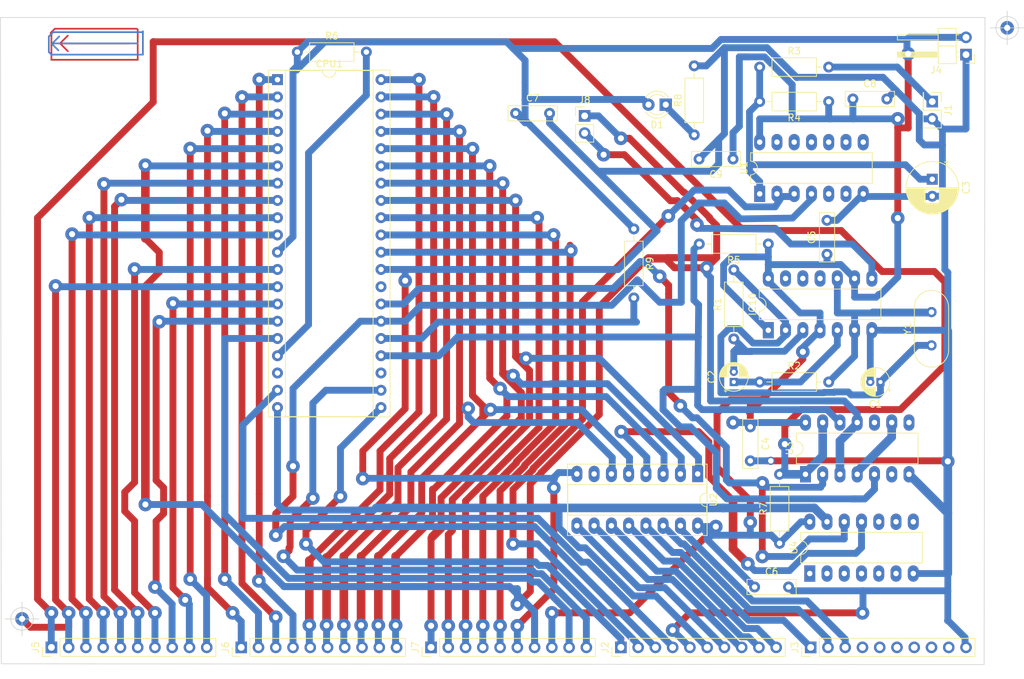
<source format=kicad_pcb>
(kicad_pcb (version 20171130) (host pcbnew 5.1.6-c6e7f7d~86~ubuntu18.04.1)
  (layers (0 F.Cu signal) (31 B.Cu signal) (34 B.Paste user) (35 F.Paste user) (36 B.SilkS user) (37 F.SilkS user) (38 B.Mask user) (39 F.Mask user) (44 Edge.Cuts user))
  (net 0 "")
  (net 1 GND)
  (net 2 "Net-(C1-Pad1)")
  (net 3 "Net-(C2-Pad2)")
  (net 4 "Net-(C2-Pad1)")
  (net 5 "Net-(C3-Pad1)")
  (net 6 A10)
  (net 7 ~IORQ)
  (net 8 A9)
  (net 9 ~MREQ)
  (net 10 A8)
  (net 11 "Net-(CPU1-Pad18)")
  (net 12 A7)
  (net 13 "Net-(CPU1-Pad17)")
  (net 14 A6)
  (net 15 ~INT)
  (net 16 A5)
  (net 17 D1)
  (net 18 A4)
  (net 19 D0)
  (net 20 A3)
  (net 21 D7)
  (net 22 A2)
  (net 23 D2)
  (net 24 A1)
  (net 25 +5V)
  (net 26 A0)
  (net 27 D6)
  (net 28 D5)
  (net 29 "Net-(CPU1-Pad28)")
  (net 30 D3)
  (net 31 D4)
  (net 32 ~RESET)
  (net 33 CLK)
  (net 34 "Net-(CPU1-Pad25)")
  (net 35 A15)
  (net 36 A14)
  (net 37 "Net-(CPU1-Pad23)")
  (net 38 A13)
  (net 39 ~WR)
  (net 40 A12)
  (net 41 ~RD)
  (net 42 A11)
  (net 43 "Net-(IC10-Pad10)")
  (net 44 "Net-(J1-Pad1)")
  (net 45 exp2_en)
  (net 46 exp1_en)
  (net 47 rtc_en)
  (net 48 psg_en)
  (net 49 vdp_en)
  (net 50 RESET)
  (net 51 "Net-(D1-Pad1)")
  (net 52 ~M1)
  (net 53 ~WAIT)
  (net 54 ~IO_WAIT)
  (net 55 "Net-(U3-Pad6)")
  (net 56 "Net-(U3-Pad4)")
  (net 57 "Net-(U3-Pad10)")
  (net 58 "Net-(U3-Pad8)")
  (net 59 ser_en)
  (net 60 prn_en)
  (net 61 "Net-(U2-Pad4)")
  (net 62 ppi_en)
  (net 63 "Net-(J3-Pad9)")
  (net 64 "Net-(J3-Pad8)")
  (net 65 "Net-(J3-Pad7)")
  (net 66 "Net-(J3-Pad6)")
  (net 67 "Net-(J3-Pad5)")
  (net 68 "Net-(J3-Pad4)")
  (net 69 CLK2)
  (module Package_DIP:DIP-16_W7.62mm_Socket_LongPads (layer F.Cu) (at 203.623 96.773 270)
    (fp_text reference U2 (at 3.81 -2.33 90) (layer F.SilkS))
    (fp_text value 74LS138)
    (pad 16 thru_hole oval (at 7.62 0 270) (size 2.4 1.6) (drill 0.8) (layers *.Cu *.Mask) (net 25 +5V))
    (pad 8 thru_hole oval (at 0 17.78 270) (size 2.4 1.6) (drill 0.8) (layers *.Cu *.Mask) (net 1 GND))
    (pad 15 thru_hole oval (at 7.62 2.54 270) (size 2.4 1.6) (drill 0.8) (layers *.Cu *.Mask) (net 59 ser_en))
    (pad 7 thru_hole oval (at 0 15.24 270) (size 2.4 1.6) (drill 0.8) (layers *.Cu *.Mask) (net 45 exp2_en))
    (pad 14 thru_hole oval (at 7.62 5.08 270) (size 2.4 1.6) (drill 0.8) (layers *.Cu *.Mask) (net 46 exp1_en))
    (pad 6 thru_hole oval (at 0 12.7 270) (size 2.4 1.6) (drill 0.8) (layers *.Cu *.Mask) (net 12 A7))
    (pad 13 thru_hole oval (at 7.62 7.62 270) (size 2.4 1.6) (drill 0.8) (layers *.Cu *.Mask) (net 60 prn_en))
    (pad 5 thru_hole oval (at 0 10.16 270) (size 2.4 1.6) (drill 0.8) (layers *.Cu *.Mask) (net 14 A6))
    (pad 12 thru_hole oval (at 7.62 10.16 270) (size 2.4 1.6) (drill 0.8) (layers *.Cu *.Mask) (net 49 vdp_en))
    (pad 4 thru_hole oval (at 0 7.62 270) (size 2.4 1.6) (drill 0.8) (layers *.Cu *.Mask) (net 61 "Net-(U2-Pad4)"))
    (pad 11 thru_hole oval (at 7.62 12.7 270) (size 2.4 1.6) (drill 0.8) (layers *.Cu *.Mask) (net 48 psg_en))
    (pad 3 thru_hole oval (at 0 5.08 270) (size 2.4 1.6) (drill 0.8) (layers *.Cu *.Mask) (net 16 A5))
    (pad 10 thru_hole oval (at 7.62 15.24 270) (size 2.4 1.6) (drill 0.8) (layers *.Cu *.Mask) (net 62 ppi_en))
    (pad 2 thru_hole oval (at 0 2.54 270) (size 2.4 1.6) (drill 0.8) (layers *.Cu *.Mask) (net 18 A4))
    (pad 9 thru_hole oval (at 7.62 17.78 270) (size 2.4 1.6) (drill 0.8) (layers *.Cu *.Mask) (net 47 rtc_en))
    (pad 1 thru_hole rect (at 0 0 270) (size 2.4 1.6) (drill 0.8) (layers *.Cu *.Mask) (net 20 A3))
  )
  (module Crystal:Crystal_HC18-U_Vertical (layer F.Cu) (at 238.04 77.85 90)
    (fp_text reference Y1 (at 2.45 -3.525 90) (layer F.SilkS))
    (fp_text value 3.58MHz)
    (pad 2 thru_hole circle (at 4.9 0 90) (size 1.5 1.5) (drill 0.8) (layers *.Cu *.Mask) (net 43 "Net-(IC10-Pad10)"))
    (pad 1 thru_hole circle (at 0 0 90) (size 1.5 1.5) (drill 0.8) (layers *.Cu *.Mask) (net 2 "Net-(C1-Pad1)"))
  )
  (module Package_DIP:DIP-40_W15.24mm_Socket (layer F.Cu) (at 141.774 38.734)
    (fp_text reference CPU1 (at 7.62 -2.33) (layer F.SilkS))
    (fp_text value Z80CPU)
    (pad 40 thru_hole oval (at 15.24 0) (size 1.6 1.6) (drill 0.8) (layers *.Cu *.Mask) (net 6 A10))
    (pad 20 thru_hole oval (at 0 48.26) (size 1.6 1.6) (drill 0.8) (layers *.Cu *.Mask) (net 7 ~IORQ))
    (pad 39 thru_hole oval (at 15.24 2.54) (size 1.6 1.6) (drill 0.8) (layers *.Cu *.Mask) (net 8 A9))
    (pad 19 thru_hole oval (at 0 45.72) (size 1.6 1.6) (drill 0.8) (layers *.Cu *.Mask) (net 9 ~MREQ))
    (pad 38 thru_hole oval (at 15.24 5.08) (size 1.6 1.6) (drill 0.8) (layers *.Cu *.Mask) (net 10 A8))
    (pad 18 thru_hole oval (at 0 43.18) (size 1.6 1.6) (drill 0.8) (layers *.Cu *.Mask) (net 11 "Net-(CPU1-Pad18)"))
    (pad 37 thru_hole oval (at 15.24 7.62) (size 1.6 1.6) (drill 0.8) (layers *.Cu *.Mask) (net 12 A7))
    (pad 17 thru_hole oval (at 0 40.64) (size 1.6 1.6) (drill 0.8) (layers *.Cu *.Mask) (net 13 "Net-(CPU1-Pad17)"))
    (pad 36 thru_hole oval (at 15.24 10.16) (size 1.6 1.6) (drill 0.8) (layers *.Cu *.Mask) (net 14 A6))
    (pad 16 thru_hole oval (at 0 38.1) (size 1.6 1.6) (drill 0.8) (layers *.Cu *.Mask) (net 15 ~INT))
    (pad 35 thru_hole oval (at 15.24 12.7) (size 1.6 1.6) (drill 0.8) (layers *.Cu *.Mask) (net 16 A5))
    (pad 15 thru_hole oval (at 0 35.56) (size 1.6 1.6) (drill 0.8) (layers *.Cu *.Mask) (net 17 D1))
    (pad 34 thru_hole oval (at 15.24 15.24) (size 1.6 1.6) (drill 0.8) (layers *.Cu *.Mask) (net 18 A4))
    (pad 14 thru_hole oval (at 0 33.02) (size 1.6 1.6) (drill 0.8) (layers *.Cu *.Mask) (net 19 D0))
    (pad 33 thru_hole oval (at 15.24 17.78) (size 1.6 1.6) (drill 0.8) (layers *.Cu *.Mask) (net 20 A3))
    (pad 13 thru_hole oval (at 0 30.48) (size 1.6 1.6) (drill 0.8) (layers *.Cu *.Mask) (net 21 D7))
    (pad 32 thru_hole oval (at 15.24 20.32) (size 1.6 1.6) (drill 0.8) (layers *.Cu *.Mask) (net 22 A2))
    (pad 12 thru_hole oval (at 0 27.94) (size 1.6 1.6) (drill 0.8) (layers *.Cu *.Mask) (net 23 D2))
    (pad 31 thru_hole oval (at 15.24 22.86) (size 1.6 1.6) (drill 0.8) (layers *.Cu *.Mask) (net 24 A1))
    (pad 11 thru_hole oval (at 0 25.4) (size 1.6 1.6) (drill 0.8) (layers *.Cu *.Mask) (net 25 +5V))
    (pad 30 thru_hole oval (at 15.24 25.4) (size 1.6 1.6) (drill 0.8) (layers *.Cu *.Mask) (net 26 A0))
    (pad 10 thru_hole oval (at 0 22.86) (size 1.6 1.6) (drill 0.8) (layers *.Cu *.Mask) (net 27 D6))
    (pad 29 thru_hole oval (at 15.24 27.94) (size 1.6 1.6) (drill 0.8) (layers *.Cu *.Mask) (net 1 GND))
    (pad 9 thru_hole oval (at 0 20.32) (size 1.6 1.6) (drill 0.8) (layers *.Cu *.Mask) (net 28 D5))
    (pad 28 thru_hole oval (at 15.24 30.48) (size 1.6 1.6) (drill 0.8) (layers *.Cu *.Mask) (net 29 "Net-(CPU1-Pad28)"))
    (pad 8 thru_hole oval (at 0 17.78) (size 1.6 1.6) (drill 0.8) (layers *.Cu *.Mask) (net 30 D3))
    (pad 27 thru_hole oval (at 15.24 33.02) (size 1.6 1.6) (drill 0.8) (layers *.Cu *.Mask) (net 52 ~M1))
    (pad 7 thru_hole oval (at 0 15.24) (size 1.6 1.6) (drill 0.8) (layers *.Cu *.Mask) (net 31 D4))
    (pad 26 thru_hole oval (at 15.24 35.56) (size 1.6 1.6) (drill 0.8) (layers *.Cu *.Mask) (net 32 ~RESET))
    (pad 6 thru_hole oval (at 0 12.7) (size 1.6 1.6) (drill 0.8) (layers *.Cu *.Mask) (net 33 CLK))
    (pad 25 thru_hole oval (at 15.24 38.1) (size 1.6 1.6) (drill 0.8) (layers *.Cu *.Mask) (net 34 "Net-(CPU1-Pad25)"))
    (pad 5 thru_hole oval (at 0 10.16) (size 1.6 1.6) (drill 0.8) (layers *.Cu *.Mask) (net 35 A15))
    (pad 24 thru_hole oval (at 15.24 40.64) (size 1.6 1.6) (drill 0.8) (layers *.Cu *.Mask) (net 53 ~WAIT))
    (pad 4 thru_hole oval (at 0 7.62) (size 1.6 1.6) (drill 0.8) (layers *.Cu *.Mask) (net 36 A14))
    (pad 23 thru_hole oval (at 15.24 43.18) (size 1.6 1.6) (drill 0.8) (layers *.Cu *.Mask) (net 37 "Net-(CPU1-Pad23)"))
    (pad 3 thru_hole oval (at 0 5.08) (size 1.6 1.6) (drill 0.8) (layers *.Cu *.Mask) (net 38 A13))
    (pad 22 thru_hole oval (at 15.24 45.72) (size 1.6 1.6) (drill 0.8) (layers *.Cu *.Mask) (net 39 ~WR))
    (pad 2 thru_hole oval (at 0 2.54) (size 1.6 1.6) (drill 0.8) (layers *.Cu *.Mask) (net 40 A12))
    (pad 21 thru_hole oval (at 15.24 48.26) (size 1.6 1.6) (drill 0.8) (layers *.Cu *.Mask) (net 41 ~RD))
    (pad 1 thru_hole rect (at 0 0) (size 1.6 1.6) (drill 0.8) (layers *.Cu *.Mask) (net 42 A11))
  )
  (module Connector_PinHeader_2.54mm:PinHeader_1x02_P2.54mm_Vertical (layer F.Cu) (at 186.986 44.068)
    (fp_text reference J8 (at 0 -2.33) (layer F.SilkS))
    (fp_text value CLK_EXT)
    (pad 2 thru_hole oval (at 0 2.54) (size 1.7 1.7) (drill 1) (layers *.Cu *.Mask) (net 69 CLK2))
    (pad 1 thru_hole rect (at 0 0) (size 1.7 1.7) (drill 1) (layers *.Cu *.Mask) (net 33 CLK))
  )
  (module Connector_PinHeader_2.54mm:PinHeader_1x10_P2.54mm_Vertical (layer F.Cu) (at 164.38 122.3 90)
    (fp_text reference J7 (at 0 -2.33 90) (layer F.SilkS))
    (fp_text value Conn_01x10)
    (pad 10 thru_hole oval (at 0 22.86 90) (size 1.7 1.7) (drill 1) (layers *.Cu *.Mask) (net 39 ~WR))
    (pad 9 thru_hole oval (at 0 20.32 90) (size 1.7 1.7) (drill 1) (layers *.Cu *.Mask) (net 15 ~INT))
    (pad 8 thru_hole oval (at 0 17.78 90) (size 1.7 1.7) (drill 1) (layers *.Cu *.Mask) (net 25 +5V))
    (pad 7 thru_hole oval (at 0 15.24 90) (size 1.7 1.7) (drill 1) (layers *.Cu *.Mask) (net 33 CLK))
    (pad 6 thru_hole oval (at 0 12.7 90) (size 1.7 1.7) (drill 1) (layers *.Cu *.Mask) (net 1 GND))
    (pad 5 thru_hole oval (at 0 10.16 90) (size 1.7 1.7) (drill 1) (layers *.Cu *.Mask) (net 26 A0))
    (pad 4 thru_hole oval (at 0 7.62 90) (size 1.7 1.7) (drill 1) (layers *.Cu *.Mask) (net 24 A1))
    (pad 3 thru_hole oval (at 0 5.08 90) (size 1.7 1.7) (drill 1) (layers *.Cu *.Mask) (net 22 A2))
    (pad 2 thru_hole oval (at 0 2.54 90) (size 1.7 1.7) (drill 1) (layers *.Cu *.Mask) (net 20 A3))
    (pad 1 thru_hole rect (at 0 0 90) (size 1.7 1.7) (drill 1) (layers *.Cu *.Mask) (net 18 A4))
  )
  (module Connector_PinHeader_2.54mm:PinHeader_1x10_P2.54mm_Vertical (layer F.Cu) (at 136.44 122.3 90)
    (fp_text reference J6 (at 0 -2.33 90) (layer F.SilkS))
    (fp_text value Conn_01x10)
    (pad 10 thru_hole oval (at 0 22.86 90) (size 1.7 1.7) (drill 1) (layers *.Cu *.Mask) (net 16 A5))
    (pad 9 thru_hole oval (at 0 20.32 90) (size 1.7 1.7) (drill 1) (layers *.Cu *.Mask) (net 14 A6))
    (pad 8 thru_hole oval (at 0 17.78 90) (size 1.7 1.7) (drill 1) (layers *.Cu *.Mask) (net 12 A7))
    (pad 7 thru_hole oval (at 0 15.24 90) (size 1.7 1.7) (drill 1) (layers *.Cu *.Mask) (net 10 A8))
    (pad 6 thru_hole oval (at 0 12.7 90) (size 1.7 1.7) (drill 1) (layers *.Cu *.Mask) (net 8 A9))
    (pad 5 thru_hole oval (at 0 10.16 90) (size 1.7 1.7) (drill 1) (layers *.Cu *.Mask) (net 6 A10))
    (pad 4 thru_hole oval (at 0 7.62 90) (size 1.7 1.7) (drill 1) (layers *.Cu *.Mask) (net 42 A11))
    (pad 3 thru_hole oval (at 0 5.08 90) (size 1.7 1.7) (drill 1) (layers *.Cu *.Mask) (net 40 A12))
    (pad 2 thru_hole oval (at 0 2.54 90) (size 1.7 1.7) (drill 1) (layers *.Cu *.Mask) (net 38 A13))
    (pad 1 thru_hole rect (at 0 0 90) (size 1.7 1.7) (drill 1) (layers *.Cu *.Mask) (net 36 A14))
  )
  (module Connector_PinHeader_2.54mm:PinHeader_1x10_P2.54mm_Vertical (layer F.Cu) (at 108.5 122.3 90)
    (fp_text reference J5 (at 0 -2.33 90) (layer F.SilkS))
    (fp_text value Conn_01x10)
    (pad 10 thru_hole oval (at 0 22.86 90) (size 1.7 1.7) (drill 1) (layers *.Cu *.Mask) (net 35 A15))
    (pad 9 thru_hole oval (at 0 20.32 90) (size 1.7 1.7) (drill 1) (layers *.Cu *.Mask) (net 19 D0))
    (pad 8 thru_hole oval (at 0 17.78 90) (size 1.7 1.7) (drill 1) (layers *.Cu *.Mask) (net 17 D1))
    (pad 7 thru_hole oval (at 0 15.24 90) (size 1.7 1.7) (drill 1) (layers *.Cu *.Mask) (net 23 D2))
    (pad 6 thru_hole oval (at 0 12.7 90) (size 1.7 1.7) (drill 1) (layers *.Cu *.Mask) (net 30 D3))
    (pad 5 thru_hole oval (at 0 10.16 90) (size 1.7 1.7) (drill 1) (layers *.Cu *.Mask) (net 31 D4))
    (pad 4 thru_hole oval (at 0 7.62 90) (size 1.7 1.7) (drill 1) (layers *.Cu *.Mask) (net 28 D5))
    (pad 3 thru_hole oval (at 0 5.08 90) (size 1.7 1.7) (drill 1) (layers *.Cu *.Mask) (net 27 D6))
    (pad 2 thru_hole oval (at 0 2.54 90) (size 1.7 1.7) (drill 1) (layers *.Cu *.Mask) (net 21 D7))
    (pad 1 thru_hole rect (at 0 0 90) (size 1.7 1.7) (drill 1) (layers *.Cu *.Mask) (net 54 ~IO_WAIT))
  )
  (module Connector_PinHeader_2.54mm:PinHeader_1x10_P2.54mm_Vertical (layer F.Cu) (at 220.26 122.3 90)
    (fp_text reference J3 (at 0 -2.33 90) (layer F.SilkS))
    (fp_text value Conn_01x10)
    (pad 10 thru_hole oval (at 0 22.86 90) (size 1.7 1.7) (drill 1) (layers *.Cu *.Mask) (net 1 GND))
    (pad 9 thru_hole oval (at 0 20.32 90) (size 1.7 1.7) (drill 1) (layers *.Cu *.Mask) (net 63 "Net-(J3-Pad9)"))
    (pad 8 thru_hole oval (at 0 17.78 90) (size 1.7 1.7) (drill 1) (layers *.Cu *.Mask) (net 64 "Net-(J3-Pad8)"))
    (pad 7 thru_hole oval (at 0 15.24 90) (size 1.7 1.7) (drill 1) (layers *.Cu *.Mask) (net 65 "Net-(J3-Pad7)"))
    (pad 6 thru_hole oval (at 0 12.7 90) (size 1.7 1.7) (drill 1) (layers *.Cu *.Mask) (net 66 "Net-(J3-Pad6)"))
    (pad 5 thru_hole oval (at 0 10.16 90) (size 1.7 1.7) (drill 1) (layers *.Cu *.Mask) (net 67 "Net-(J3-Pad5)"))
    (pad 4 thru_hole oval (at 0 7.62 90) (size 1.7 1.7) (drill 1) (layers *.Cu *.Mask) (net 68 "Net-(J3-Pad4)"))
    (pad 3 thru_hole oval (at 0 5.08 90) (size 1.7 1.7) (drill 1) (layers *.Cu *.Mask) (net 59 ser_en))
    (pad 2 thru_hole oval (at 0 2.54 90) (size 1.7 1.7) (drill 1) (layers *.Cu *.Mask) (net 46 exp1_en))
    (pad 1 thru_hole rect (at 0 0 90) (size 1.7 1.7) (drill 1) (layers *.Cu *.Mask) (net 60 prn_en))
  )
  (module Connector_PinHeader_2.54mm:PinHeader_1x10_P2.54mm_Vertical (layer F.Cu) (at 192.32 122.3 90)
    (fp_text reference J2 (at 0 -2.33 90) (layer F.SilkS))
    (fp_text value Conn_01x10)
    (pad 10 thru_hole oval (at 0 22.86 90) (size 1.7 1.7) (drill 1) (layers *.Cu *.Mask) (net 49 vdp_en))
    (pad 9 thru_hole oval (at 0 20.32 90) (size 1.7 1.7) (drill 1) (layers *.Cu *.Mask) (net 48 psg_en))
    (pad 8 thru_hole oval (at 0 17.78 90) (size 1.7 1.7) (drill 1) (layers *.Cu *.Mask) (net 62 ppi_en))
    (pad 7 thru_hole oval (at 0 15.24 90) (size 1.7 1.7) (drill 1) (layers *.Cu *.Mask) (net 47 rtc_en))
    (pad 6 thru_hole oval (at 0 12.7 90) (size 1.7 1.7) (drill 1) (layers *.Cu *.Mask) (net 7 ~IORQ))
    (pad 5 thru_hole oval (at 0 10.16 90) (size 1.7 1.7) (drill 1) (layers *.Cu *.Mask) (net 1 GND))
    (pad 4 thru_hole oval (at 0 7.62 90) (size 1.7 1.7) (drill 1) (layers *.Cu *.Mask) (net 9 ~MREQ))
    (pad 3 thru_hole oval (at 0 5.08 90) (size 1.7 1.7) (drill 1) (layers *.Cu *.Mask) (net 32 ~RESET))
    (pad 2 thru_hole oval (at 0 2.54 90) (size 1.7 1.7) (drill 1) (layers *.Cu *.Mask) (net 50 RESET))
    (pad 1 thru_hole rect (at 0 0 90) (size 1.7 1.7) (drill 1) (layers *.Cu *.Mask) (net 41 ~RD))
  )
  (module Capacitor_THT:C_Rect_L7.0mm_W2.0mm_P5.00mm (layer F.Cu) (at 208.83 50.418 180)
    (fp_text reference C9 (at 2.5 -2.25) (layer F.SilkS))
    (fp_text value 100n)
    (pad 2 thru_hole circle (at 5 0 180) (size 1.6 1.6) (drill 0.8) (layers *.Cu *.Mask) (net 1 GND))
    (pad 1 thru_hole circle (at 0 0 180) (size 1.6 1.6) (drill 0.8) (layers *.Cu *.Mask) (net 25 +5V))
  )
  (module Capacitor_THT:C_Rect_L7.0mm_W2.0mm_P5.00mm (layer F.Cu) (at 226.47 41.58)
    (fp_text reference C8 (at 2.5 -2.25) (layer F.SilkS))
    (fp_text value 100n)
    (pad 2 thru_hole circle (at 5 0) (size 1.6 1.6) (drill 0.8) (layers *.Cu *.Mask) (net 1 GND))
    (pad 1 thru_hole circle (at 0 0) (size 1.6 1.6) (drill 0.8) (layers *.Cu *.Mask) (net 25 +5V))
  )
  (module Capacitor_THT:C_Rect_L7.0mm_W2.0mm_P5.00mm (layer F.Cu) (at 176.826 43.687)
    (fp_text reference C7 (at 2.5 -2.25) (layer F.SilkS))
    (fp_text value 100n)
    (pad 2 thru_hole circle (at 5 0) (size 1.6 1.6) (drill 0.8) (layers *.Cu *.Mask) (net 1 GND))
    (pad 1 thru_hole circle (at 0 0) (size 1.6 1.6) (drill 0.8) (layers *.Cu *.Mask) (net 25 +5V))
  )
  (module Capacitor_THT:C_Rect_L7.0mm_W2.0mm_P5.00mm (layer F.Cu) (at 212.005 113.41)
    (fp_text reference C6 (at 2.5 -2.25) (layer F.SilkS))
    (fp_text value 220n)
    (pad 2 thru_hole circle (at 5 0) (size 1.6 1.6) (drill 0.8) (layers *.Cu *.Mask) (net 1 GND))
    (pad 1 thru_hole circle (at 0 0) (size 1.6 1.6) (drill 0.8) (layers *.Cu *.Mask) (net 25 +5V))
  )
  (module Capacitor_THT:C_Rect_L7.0mm_W2.0mm_P5.00mm (layer F.Cu) (at 222.66 64.44 90)
    (fp_text reference C5 (at 2.5 -2.25 90) (layer F.SilkS))
    (fp_text value 100n)
    (pad 2 thru_hole circle (at 5 0 90) (size 1.6 1.6) (drill 0.8) (layers *.Cu *.Mask) (net 1 GND))
    (pad 1 thru_hole circle (at 0 0 90) (size 1.6 1.6) (drill 0.8) (layers *.Cu *.Mask) (net 25 +5V))
  )
  (module Capacitor_THT:C_Rect_L7.0mm_W2.0mm_P5.00mm (layer F.Cu) (at 211.37 89.84 270)
    (fp_text reference C4 (at 2.5 -2.25 90) (layer F.SilkS))
    (fp_text value 100n)
    (pad 2 thru_hole circle (at 5 0 270) (size 1.6 1.6) (drill 0.8) (layers *.Cu *.Mask) (net 1 GND))
    (pad 1 thru_hole circle (at 0 0 270) (size 1.6 1.6) (drill 0.8) (layers *.Cu *.Mask) (net 25 +5V))
  )
  (module Package_DIP:DIP-14_W7.62mm_LongPads (layer F.Cu) (at 219.485 96.825 90)
    (fp_text reference U3 (at 3.81 -2.33 90) (layer F.SilkS))
    (fp_text value 74LS74)
    (pad 14 thru_hole oval (at 7.62 0 90) (size 2.4 1.6) (drill 0.8) (layers *.Cu *.Mask) (net 25 +5V))
    (pad 7 thru_hole oval (at 0 15.24 90) (size 2.4 1.6) (drill 0.8) (layers *.Cu *.Mask) (net 1 GND))
    (pad 13 thru_hole oval (at 7.62 2.54 90) (size 2.4 1.6) (drill 0.8) (layers *.Cu *.Mask) (net 54 ~IO_WAIT))
    (pad 6 thru_hole oval (at 0 12.7 90) (size 2.4 1.6) (drill 0.8) (layers *.Cu *.Mask) (net 55 "Net-(U3-Pad6)"))
    (pad 12 thru_hole oval (at 7.62 5.08 90) (size 2.4 1.6) (drill 0.8) (layers *.Cu *.Mask) (net 53 ~WAIT))
    (pad 5 thru_hole oval (at 0 10.16 90) (size 2.4 1.6) (drill 0.8) (layers *.Cu *.Mask) (net 53 ~WAIT))
    (pad 11 thru_hole oval (at 7.62 7.62 90) (size 2.4 1.6) (drill 0.8) (layers *.Cu *.Mask) (net 33 CLK))
    (pad 4 thru_hole oval (at 0 7.62 90) (size 2.4 1.6) (drill 0.8) (layers *.Cu *.Mask) (net 56 "Net-(U3-Pad4)"))
    (pad 10 thru_hole oval (at 7.62 10.16 90) (size 2.4 1.6) (drill 0.8) (layers *.Cu *.Mask) (net 57 "Net-(U3-Pad10)"))
    (pad 3 thru_hole oval (at 0 5.08 90) (size 2.4 1.6) (drill 0.8) (layers *.Cu *.Mask) (net 33 CLK))
    (pad 9 thru_hole oval (at 7.62 12.7 90) (size 2.4 1.6) (drill 0.8) (layers *.Cu *.Mask) (net 56 "Net-(U3-Pad4)"))
    (pad 2 thru_hole oval (at 0 2.54 90) (size 2.4 1.6) (drill 0.8) (layers *.Cu *.Mask) (net 52 ~M1))
    (pad 8 thru_hole oval (at 7.62 15.24 90) (size 2.4 1.6) (drill 0.8) (layers *.Cu *.Mask) (net 58 "Net-(U3-Pad8)"))
    (pad 1 thru_hole rect (at 0 0 90) (size 2.4 1.6) (drill 0.8) (layers *.Cu *.Mask) (net 54 ~IO_WAIT))
  )
  (module Package_DIP:DIP-14_W7.62mm_LongPads (layer F.Cu) (at 220.12 111.43 90)
    (fp_text reference U4 (at 3.81 -2.33 90) (layer F.SilkS))
    (fp_text value 74LS32)
    (pad 14 thru_hole oval (at 7.62 0 90) (size 2.4 1.6) (drill 0.8) (layers *.Cu *.Mask) (net 25 +5V))
    (pad 7 thru_hole oval (at 0 15.24 90) (size 2.4 1.6) (drill 0.8) (layers *.Cu *.Mask) (net 1 GND))
    (pad 13 thru_hole oval (at 7.62 2.54 90) (size 2.4 1.6) (drill 0.8) (layers *.Cu *.Mask) (net 7 ~IORQ))
    (pad 6 thru_hole oval (at 0 12.7 90) (size 2.4 1.6) (drill 0.8) (layers *.Cu *.Mask))
    (pad 12 thru_hole oval (at 7.62 5.08 90) (size 2.4 1.6) (drill 0.8) (layers *.Cu *.Mask) (net 52 ~M1))
    (pad 5 thru_hole oval (at 0 10.16 90) (size 2.4 1.6) (drill 0.8) (layers *.Cu *.Mask))
    (pad 11 thru_hole oval (at 7.62 7.62 90) (size 2.4 1.6) (drill 0.8) (layers *.Cu *.Mask) (net 61 "Net-(U2-Pad4)"))
    (pad 4 thru_hole oval (at 0 7.62 90) (size 2.4 1.6) (drill 0.8) (layers *.Cu *.Mask))
    (pad 10 thru_hole oval (at 7.62 10.16 90) (size 2.4 1.6) (drill 0.8) (layers *.Cu *.Mask))
    (pad 3 thru_hole oval (at 0 5.08 90) (size 2.4 1.6) (drill 0.8) (layers *.Cu *.Mask))
    (pad 9 thru_hole oval (at 7.62 12.7 90) (size 2.4 1.6) (drill 0.8) (layers *.Cu *.Mask))
    (pad 2 thru_hole oval (at 0 2.54 90) (size 2.4 1.6) (drill 0.8) (layers *.Cu *.Mask))
    (pad 8 thru_hole oval (at 7.62 15.24 90) (size 2.4 1.6) (drill 0.8) (layers *.Cu *.Mask))
    (pad 1 thru_hole rect (at 0 0 90) (size 2.4 1.6) (drill 0.8) (layers *.Cu *.Mask))
  )
  (module Resistor_THT:R_Axial_DIN0207_L6.3mm_D2.5mm_P10.16mm_Horizontal (layer F.Cu) (at 215.675 106.985 90)
    (fp_text reference R7 (at 5.08 -2.37 90) (layer F.SilkS))
    (fp_text value 10k)
    (pad 2 thru_hole oval (at 10.16 0 90) (size 1.6 1.6) (drill 0.8) (layers *.Cu *.Mask) (net 54 ~IO_WAIT))
    (pad 1 thru_hole circle (at 0 0 90) (size 1.6 1.6) (drill 0.8) (layers *.Cu *.Mask) (net 25 +5V))
  )
  (module Resistor_THT:R_Axial_DIN0207_L6.3mm_D2.5mm_P10.16mm_Horizontal (layer F.Cu) (at 194.225 60.705 270)
    (fp_text reference R9 (at 5.08 -2.37 90) (layer F.SilkS))
    (fp_text value 10k)
    (pad 2 thru_hole oval (at 10.16 0 270) (size 1.6 1.6) (drill 0.8) (layers *.Cu *.Mask) (net 34 "Net-(CPU1-Pad25)"))
    (pad 1 thru_hole circle (at 0 0 270) (size 1.6 1.6) (drill 0.8) (layers *.Cu *.Mask) (net 25 +5V))
  )
  (module Resistor_THT:R_Axial_DIN0207_L6.3mm_D2.5mm_P10.16mm_Horizontal (layer F.Cu) (at 203.115 46.862 90)
    (fp_text reference R8 (at 5.08 -2.37 90) (layer F.SilkS))
    (fp_text value 220)
    (pad 2 thru_hole oval (at 10.16 0 90) (size 1.6 1.6) (drill 0.8) (layers *.Cu *.Mask) (net 1 GND))
    (pad 1 thru_hole circle (at 0 0 90) (size 1.6 1.6) (drill 0.8) (layers *.Cu *.Mask) (net 51 "Net-(D1-Pad1)"))
  )
  (module LED_THT:LED_D3.0mm_FlatTop (layer F.Cu) (at 198.924 42.417 180)
    (fp_text reference D1 (at 1.27 -2.96) (layer F.SilkS))
    (fp_text value LED)
    (pad 2 thru_hole circle (at 2.54 0 180) (size 1.8 1.8) (drill 0.9) (layers *.Cu *.Mask) (net 25 +5V))
    (pad 1 thru_hole rect (at 0 0 180) (size 1.8 1.8) (drill 0.9) (layers *.Cu *.Mask) (net 51 "Net-(D1-Pad1)"))
  )
  (module Package_DIP:DIP-14_W7.62mm_LongPads (layer F.Cu) (at 212.75 55.55 90)
    (fp_text reference U1 (at 3.81 -2.33 90) (layer F.SilkS))
    (fp_text value 74HC14)
    (pad 14 thru_hole oval (at 7.62 0 90) (size 2.4 1.6) (drill 0.8) (layers *.Cu *.Mask) (net 25 +5V))
    (pad 7 thru_hole oval (at 0 15.24 90) (size 2.4 1.6) (drill 0.8) (layers *.Cu *.Mask) (net 1 GND))
    (pad 13 thru_hole oval (at 7.62 2.54 90) (size 2.4 1.6) (drill 0.8) (layers *.Cu *.Mask))
    (pad 6 thru_hole oval (at 0 12.7 90) (size 2.4 1.6) (drill 0.8) (layers *.Cu *.Mask))
    (pad 12 thru_hole oval (at 7.62 5.08 90) (size 2.4 1.6) (drill 0.8) (layers *.Cu *.Mask))
    (pad 5 thru_hole oval (at 0 10.16 90) (size 2.4 1.6) (drill 0.8) (layers *.Cu *.Mask))
    (pad 11 thru_hole oval (at 7.62 7.62 90) (size 2.4 1.6) (drill 0.8) (layers *.Cu *.Mask))
    (pad 4 thru_hole oval (at 0 7.62 90) (size 2.4 1.6) (drill 0.8) (layers *.Cu *.Mask) (net 32 ~RESET))
    (pad 10 thru_hole oval (at 7.62 10.16 90) (size 2.4 1.6) (drill 0.8) (layers *.Cu *.Mask))
    (pad 3 thru_hole oval (at 0 5.08 90) (size 2.4 1.6) (drill 0.8) (layers *.Cu *.Mask) (net 50 RESET))
    (pad 9 thru_hole oval (at 7.62 12.7 90) (size 2.4 1.6) (drill 0.8) (layers *.Cu *.Mask))
    (pad 2 thru_hole oval (at 0 2.54 90) (size 2.4 1.6) (drill 0.8) (layers *.Cu *.Mask) (net 50 RESET))
    (pad 8 thru_hole oval (at 7.62 15.24 90) (size 2.4 1.6) (drill 0.8) (layers *.Cu *.Mask))
    (pad 1 thru_hole rect (at 0 0 90) (size 2.4 1.6) (drill 0.8) (layers *.Cu *.Mask) (net 5 "Net-(C3-Pad1)"))
  )
  (module Resistor_THT:R_Axial_DIN0207_L6.3mm_D2.5mm_P10.16mm_Horizontal (layer F.Cu) (at 144.695 34.67)
    (fp_text reference R6 (at 5.08 -2.37) (layer F.SilkS))
    (fp_text value 10k)
    (pad 2 thru_hole oval (at 10.16 0) (size 1.6 1.6) (drill 0.8) (layers *.Cu *.Mask) (net 13 "Net-(CPU1-Pad17)"))
    (pad 1 thru_hole circle (at 0 0) (size 1.6 1.6) (drill 0.8) (layers *.Cu *.Mask) (net 25 +5V))
  )
  (module Resistor_THT:R_Axial_DIN0207_L6.3mm_D2.5mm_P10.16mm_Horizontal (layer F.Cu) (at 214.02 62.92 180)
    (fp_text reference R5 (at 5.08 -2.37) (layer F.SilkS))
    (fp_text value 10k)
    (pad 2 thru_hole oval (at 10.16 0 180) (size 1.6 1.6) (drill 0.8) (layers *.Cu *.Mask) (net 53 ~WAIT))
    (pad 1 thru_hole circle (at 0 0 180) (size 1.6 1.6) (drill 0.8) (layers *.Cu *.Mask) (net 25 +5V))
  )
  (module Resistor_THT:R_Axial_DIN0207_L6.3mm_D2.5mm_P10.16mm_Horizontal (layer F.Cu) (at 222.91 41.965 180)
    (fp_text reference R4 (at 5.08 -2.37) (layer F.SilkS))
    (fp_text value 47k)
    (pad 2 thru_hole oval (at 10.16 0 180) (size 1.6 1.6) (drill 0.8) (layers *.Cu *.Mask) (net 5 "Net-(C3-Pad1)"))
    (pad 1 thru_hole circle (at 0 0 180) (size 1.6 1.6) (drill 0.8) (layers *.Cu *.Mask) (net 25 +5V))
  )
  (module Resistor_THT:R_Axial_DIN0207_L6.3mm_D2.5mm_P10.16mm_Horizontal (layer F.Cu) (at 212.75 36.885)
    (fp_text reference R3 (at 5.08 -2.37) (layer F.SilkS))
    (fp_text value 100R)
    (pad 2 thru_hole oval (at 10.16 0) (size 1.6 1.6) (drill 0.8) (layers *.Cu *.Mask) (net 44 "Net-(J1-Pad1)"))
    (pad 1 thru_hole circle (at 0 0) (size 1.6 1.6) (drill 0.8) (layers *.Cu *.Mask) (net 5 "Net-(C3-Pad1)"))
  )
  (module Resistor_THT:R_Axial_DIN0207_L6.3mm_D2.5mm_P10.16mm_Horizontal (layer F.Cu) (at 212.75 83.24)
    (fp_text reference R2 (at 5.08 -2.37) (layer F.SilkS))
    (fp_text value 330)
    (pad 2 thru_hole oval (at 10.16 0) (size 1.6 1.6) (drill 0.8) (layers *.Cu *.Mask) (net 43 "Net-(IC10-Pad10)"))
    (pad 1 thru_hole circle (at 0 0) (size 1.6 1.6) (drill 0.8) (layers *.Cu *.Mask) (net 4 "Net-(C2-Pad1)"))
  )
  (module Resistor_THT:R_Axial_DIN0207_L6.3mm_D2.5mm_P10.16mm_Horizontal (layer F.Cu) (at 208.94 76.89 90)
    (fp_text reference R1 (at 5.08 -2.37 90) (layer F.SilkS))
    (fp_text value 330)
    (pad 2 thru_hole oval (at 10.16 0 90) (size 1.6 1.6) (drill 0.8) (layers *.Cu *.Mask) (net 2 "Net-(C1-Pad1)"))
    (pad 1 thru_hole circle (at 0 0 90) (size 1.6 1.6) (drill 0.8) (layers *.Cu *.Mask) (net 3 "Net-(C2-Pad2)"))
  )
  (module Connector_PinHeader_2.54mm:PinHeader_1x02_P2.54mm_Horizontal (layer F.Cu) (at 243.12 35.051 180)
    (fp_text reference J4 (at 4.385 -2.27) (layer F.SilkS))
    (fp_text value Conn_02x01)
    (pad 2 thru_hole oval (at 0 2.54 180) (size 1.7 1.7) (drill 1) (layers *.Cu *.Mask) (net 25 +5V))
    (pad 1 thru_hole rect (at 0 0 180) (size 1.7 1.7) (drill 1) (layers *.Cu *.Mask) (net 1 GND))
  )
  (module Connector_PinHeader_2.54mm:PinHeader_2x01_P2.54mm_Vertical (layer F.Cu) (at 238.15 41.965 270)
    (fp_text reference J1 (at 1.27 -2.33 90) (layer F.SilkS))
    (fp_text value "RESET SWITCH")
    (pad 2 thru_hole oval (at 2.54 0 270) (size 1.7 1.7) (drill 1) (layers *.Cu *.Mask) (net 1 GND))
    (pad 1 thru_hole rect (at 0 0 270) (size 1.7 1.7) (drill 1) (layers *.Cu *.Mask) (net 44 "Net-(J1-Pad1)"))
  )
  (module Package_DIP:DIP-14_W7.62mm_LongPads (layer F.Cu) (at 214.02 75.62 90)
    (fp_text reference IC10 (at 3.81 -2.33 90) (layer F.SilkS))
    (fp_text value 74LS00)
    (pad 14 thru_hole oval (at 7.62 0 90) (size 2.4 1.6) (drill 0.8) (layers *.Cu *.Mask) (net 25 +5V))
    (pad 7 thru_hole oval (at 0 15.24 90) (size 2.4 1.6) (drill 0.8) (layers *.Cu *.Mask) (net 1 GND))
    (pad 13 thru_hole oval (at 7.62 2.54 90) (size 2.4 1.6) (drill 0.8) (layers *.Cu *.Mask))
    (pad 6 thru_hole oval (at 0 12.7 90) (size 2.4 1.6) (drill 0.8) (layers *.Cu *.Mask) (net 43 "Net-(IC10-Pad10)"))
    (pad 12 thru_hole oval (at 7.62 5.08 90) (size 2.4 1.6) (drill 0.8) (layers *.Cu *.Mask))
    (pad 5 thru_hole oval (at 0 10.16 90) (size 2.4 1.6) (drill 0.8) (layers *.Cu *.Mask) (net 4 "Net-(C2-Pad1)"))
    (pad 11 thru_hole oval (at 7.62 7.62 90) (size 2.4 1.6) (drill 0.8) (layers *.Cu *.Mask))
    (pad 4 thru_hole oval (at 0 7.62 90) (size 2.4 1.6) (drill 0.8) (layers *.Cu *.Mask) (net 25 +5V))
    (pad 10 thru_hole oval (at 7.62 10.16 90) (size 2.4 1.6) (drill 0.8) (layers *.Cu *.Mask) (net 43 "Net-(IC10-Pad10)"))
    (pad 3 thru_hole oval (at 0 5.08 90) (size 2.4 1.6) (drill 0.8) (layers *.Cu *.Mask) (net 3 "Net-(C2-Pad2)"))
    (pad 9 thru_hole oval (at 7.62 12.7 90) (size 2.4 1.6) (drill 0.8) (layers *.Cu *.Mask) (net 25 +5V))
    (pad 2 thru_hole oval (at 0 2.54 90) (size 2.4 1.6) (drill 0.8) (layers *.Cu *.Mask) (net 2 "Net-(C1-Pad1)"))
    (pad 8 thru_hole oval (at 7.62 15.24 90) (size 2.4 1.6) (drill 0.8) (layers *.Cu *.Mask) (net 69 CLK2))
    (pad 1 thru_hole rect (at 0 0 90) (size 2.4 1.6) (drill 0.8) (layers *.Cu *.Mask) (net 25 +5V))
  )
  (module Capacitor_THT:CP_Radial_D7.5mm_P2.50mm (layer F.Cu) (at 238.15 53.395 270)
    (fp_text reference C3 (at 1.25 -5 90) (layer F.SilkS))
    (fp_text value 1nF)
    (pad 2 thru_hole circle (at 2.5 0 270) (size 1.6 1.6) (drill 0.8) (layers *.Cu *.Mask) (net 1 GND))
    (pad 1 thru_hole rect (at 0 0 270) (size 1.6 1.6) (drill 0.8) (layers *.Cu *.Mask) (net 5 "Net-(C3-Pad1)"))
  )
  (module Capacitor_THT:CP_Radial_D4.0mm_P1.50mm (layer F.Cu) (at 208.94 83.24 90)
    (fp_text reference C2 (at 0.75 -3.25 90) (layer F.SilkS))
    (fp_text value 100n)
    (pad 2 thru_hole circle (at 1.5 0 90) (size 1.2 1.2) (drill 0.6) (layers *.Cu *.Mask) (net 3 "Net-(C2-Pad2)"))
    (pad 1 thru_hole rect (at 0 0 90) (size 1.2 1.2) (drill 0.6) (layers *.Cu *.Mask) (net 4 "Net-(C2-Pad1)"))
  )
  (module Capacitor_THT:CP_Radial_D4.0mm_P1.50mm (layer F.Cu) (at 230.53 83.24 180)
    (fp_text reference C1 (at 0.75 -3.25) (layer F.SilkS))
    (fp_text value 120p)
    (pad 2 thru_hole circle (at 1.5 0 180) (size 1.2 1.2) (drill 0.6) (layers *.Cu *.Mask) (net 1 GND))
    (pad 1 thru_hole rect (at 0 0 180) (size 1.2 1.2) (drill 0.6) (layers *.Cu *.Mask) (net 2 "Net-(C1-Pad1)"))
  )
  (gr_line (start 101.1213 124.713) (end 245.787 124.84) (layer Edge.Cuts) (width 0.1))
  (gr_line (start 101.007 29.59) (end 101.1213 124.713) (layer Edge.Cuts) (width 0.1))
  (gr_line (start 245.914 29.59) (end 101.007 29.59) (layer Edge.Cuts) (width 0.1))
  (gr_line (start 245.787 124.84) (end 245.914 29.59) (layer Edge.Cuts) (width 0.1))
  (target plus (at 249.18 31.11) (size 5) (width 0.1) (layer Edge.Cuts))
  (target plus (at 104.18 118.11) (size 5) (width 0.1) (layer Edge.Cuts))
  (segment (start 121.2 33.4) (end 108.627 33.4) (width 0.25) (layer B.Cu) (net 0))
  (segment (start 108.627 33.4) (end 109.643 32.384) (width 0.25) (layer B.Cu) (net 0))
  (segment (start 108.627 33.4) (end 108.627 33.527) (width 0.25) (layer B.Cu) (net 0))
  (segment (start 108.627 33.527) (end 109.516 34.416) (width 0.25) (layer B.Cu) (net 0))
  (segment (start 119.93 33.4) (end 109.77 33.4) (width 0.25) (layer F.Cu) (net 0))
  (segment (start 109.77 33.4) (end 110.913 32.257) (width 0.25) (layer F.Cu) (net 0))
  (segment (start 109.77 33.4) (end 110.913 34.543) (width 0.25) (layer F.Cu) (net 0))
  (segment (start 108.5 32.003) (end 108.5 35.813) (width 0.25) (layer F.Cu) (net 0))
  (segment (start 108.5 35.813) (end 121.2 35.813) (width 0.25) (layer F.Cu) (net 0))
  (segment (start 121.2 35.813) (end 121.2 31.368) (width 0.25) (layer F.Cu) (net 0))
  (segment (start 121.2 31.368) (end 121.2 31.467478) (width 0.25) (layer F.Cu) (net 0))
  (segment (start 108.510581 32.013581) (end 108.373 31.876) (width 0.25) (layer F.Cu) (net 0))
  (segment (start 108.5 35.051) (end 121.962 35.051) (width 0.25) (layer B.Cu) (net 0))
  (segment (start 121.962 35.051) (end 121.962 31.876) (width 0.25) (layer B.Cu) (net 0))
  (segment (start 121.962 31.876) (end 121.962 31.622) (width 0.25) (layer B.Cu) (net 0))
  (segment (start 121.962 31.622) (end 121.835 31.749) (width 0.25) (layer B.Cu) (net 0))
  (segment (start 121.835 31.749) (end 108.754 31.749) (width 0.25) (layer B.Cu) (net 0))
  (segment (start 108.754 31.749) (end 108.119 32.384) (width 0.25) (layer B.Cu) (net 0))
  (segment (start 108.119 34.67) (end 108.5 35.051) (width 0.25) (layer B.Cu) (net 0))
  (segment (start 108.119 32.384) (end 108.119 34.67) (width 0.25) (layer B.Cu) (net 0))
  (segment (start 108.5 32.003) (end 108.5 31.749) (width 0.25) (layer F.Cu) (net 0))
  (segment (start 108.5 31.749) (end 109.008 31.241) (width 0.25) (layer F.Cu) (net 0))
  (segment (start 109.008 31.241) (end 121.073 31.241) (width 0.25) (layer F.Cu) (net 0))
  (via (at 249.18 31.11) (size 2) (drill 0.9) (layers F.Cu B.Cu) (net 1))
  (segment (start 238.11 55.935) (end 238.15 55.895) (width 1) (layer B.Cu) (net 1))
  (segment (start 227.99 55.935) (end 238.11 55.935) (width 1) (layer B.Cu) (net 1))
  (segment (start 239.28137 55.895) (end 238.15 55.895) (width 1) (layer B.Cu) (net 1))
  (segment (start 239.650001 55.526369) (end 239.28137 55.895) (width 1) (layer B.Cu) (net 1))
  (segment (start 238.15 44.505) (end 239.650001 46.005001) (width 1) (layer B.Cu) (net 1))
  (segment (start 240.000001 66.679999) (end 240.000001 55.876369) (width 1) (layer B.Cu) (net 1))
  (segment (start 240.000001 55.876369) (end 239.650001 55.526369) (width 1) (layer B.Cu) (net 1))
  (segment (start 229.26 75.62) (end 231.06 75.62) (width 1) (layer B.Cu) (net 1))
  (segment (start 229.03 75.85) (end 229.26 75.62) (width 1) (layer B.Cu) (net 1))
  (segment (start 229.03 83.24) (end 229.03 79.2) (width 1) (layer B.Cu) (net 1))
  (segment (start 229.03 79.2) (end 229.03 75.85) (width 1) (layer B.Cu) (net 1))
  (via (at 154.33 97.46) (size 2) (drill 0.9) (layers F.Cu B.Cu) (net 1))
  (segment (start 154.33 95.89755) (end 154.33 96.95821) (width 1) (layer F.Cu) (net 1))
  (segment (start 154.33 93.4) (end 154.33 95.89755) (width 1) (layer F.Cu) (net 1))
  (segment (start 238.15 44.505) (end 236.245 44.505) (width 1) (layer B.Cu) (net 1))
  (segment (start 243.059299 46.005001) (end 239.650001 46.005001) (width 1) (layer B.Cu) (net 1))
  (segment (start 240.44 111.43) (end 235.36 111.43) (width 1) (layer B.Cu) (net 1))
  (segment (start 240.3932 118.3682) (end 240.44 118.3214) (width 1) (layer B.Cu) (net 1))
  (segment (start 240.44 102.54) (end 234.725 96.825) (width 1.27) (layer B.Cu) (net 1))
  (segment (start 240.44 111.43) (end 240.44 102.54) (width 1.27) (layer B.Cu) (net 1))
  (via (at 240.44 94.92) (size 2) (drill 0.9) (layers F.Cu B.Cu) (net 1))
  (segment (start 240.36 94.84) (end 240.44 94.92) (width 1.016) (layer F.Cu) (net 1))
  (segment (start 240.44 94.92) (end 240.44 75.7383) (width 1.27) (layer B.Cu) (net 1))
  (segment (start 240.44 102.54) (end 240.44 94.92) (width 1.27) (layer B.Cu) (net 1))
  (segment (start 224.1 59.44) (end 227.99 55.55) (width 1.016) (layer B.Cu) (net 1))
  (segment (start 222.66 59.44) (end 224.1 59.44) (width 1.016) (layer B.Cu) (net 1))
  (segment (start 236.245 44.505) (end 236.245 43.735) (width 1.016) (layer B.Cu) (net 1))
  (segment (start 218.226999 38.393001) (end 218.201037 38.418963) (width 1.016) (layer B.Cu) (net 1))
  (segment (start 230.903001 38.393001) (end 218.226999 38.393001) (width 1.016) (layer B.Cu) (net 1))
  (segment (start 232.74 40.31) (end 232.82 40.31) (width 1.016) (layer B.Cu) (net 1))
  (segment (start 231.47 41.58) (end 232.74 40.31) (width 1.016) (layer B.Cu) (net 1))
  (segment (start 232.82 40.31) (end 230.903001 38.393001) (width 1.016) (layer B.Cu) (net 1))
  (segment (start 236.245 43.735) (end 232.82 40.31) (width 1.016) (layer B.Cu) (net 1))
  (segment (start 240.44 113.97) (end 240.44 111.43) (width 1) (layer B.Cu) (net 1))
  (segment (start 240.44 118.3214) (end 240.44 113.97) (width 1) (layer B.Cu) (net 1))
  (segment (start 242.98 120.8614) (end 240.44 118.3214) (width 1.016) (layer B.Cu) (net 1))
  (segment (start 242.98 122.3) (end 242.98 120.8614) (width 1.016) (layer B.Cu) (net 1))
  (via (at 177.08 119.125) (size 2) (drill 0.9) (layers F.Cu B.Cu) (net 1))
  (via (at 199.94 119.76) (size 2) (drill 0.9) (layers F.Cu B.Cu) (net 1))
  (segment (start 239.650001 48.345001) (end 239.650001 55.526369) (width 1) (layer B.Cu) (net 1))
  (segment (start 239.650001 46.005001) (end 239.650001 48.345001) (width 1) (layer B.Cu) (net 1))
  (segment (start 202.48 122.3) (end 199.94 119.76) (width 1.016) (layer B.Cu) (net 1))
  (via (at 227.88 117.22) (size 2) (drill 0.9) (layers F.Cu B.Cu) (net 1))
  (segment (start 227.955 117.145) (end 227.88 117.22) (width 1.016) (layer B.Cu) (net 1))
  (segment (start 227.955 113.97) (end 227.955 117.145) (width 1.016) (layer B.Cu) (net 1))
  (segment (start 227.955 113.97) (end 240.44 113.97) (width 1.016) (layer B.Cu) (net 1))
  (segment (start 202.48 117.22) (end 199.94 119.76) (width 1.016) (layer F.Cu) (net 1))
  (segment (start 227.88 117.22) (end 202.48 117.22) (width 1.016) (layer F.Cu) (net 1))
  (segment (start 157.014 66.674) (end 160.57 66.674) (width 1.016) (layer B.Cu) (net 1))
  (via (at 160.57 68.325) (size 2) (drill 0.9) (layers F.Cu B.Cu) (net 1))
  (segment (start 160.57 87.16) (end 159.9545 87.7755) (width 1.016) (layer F.Cu) (net 1))
  (segment (start 159.9545 87.7755) (end 154.33 93.4) (width 1) (layer F.Cu) (net 1))
  (segment (start 181.826 43.687) (end 181.826 45.131) (width 1.016) (layer B.Cu) (net 1))
  (segment (start 188.911999 52.216999) (end 198.133001 52.216999) (width 1.016) (layer B.Cu) (net 1))
  (segment (start 181.826 45.131) (end 188.911999 52.216999) (width 1.016) (layer B.Cu) (net 1))
  (segment (start 198.133001 52.216999) (end 205.634001 52.216999) (width 1.016) (layer B.Cu) (net 1))
  (segment (start 206.711 51.14) (end 206.711 47.537) (width 1.016) (layer B.Cu) (net 1))
  (segment (start 205.634001 52.216999) (end 206.711 51.14) (width 1.016) (layer B.Cu) (net 1))
  (segment (start 206.711 47.537) (end 203.83 50.418) (width 1.016) (layer B.Cu) (net 1))
  (segment (start 207.56 46.688) (end 206.711 47.537) (width 1.016) (layer B.Cu) (net 1))
  (segment (start 218.186388 38.393001) (end 213.828387 34.035) (width 1.016) (layer B.Cu) (net 1))
  (segment (start 218.226999 38.393001) (end 218.186388 38.393001) (width 1.016) (layer B.Cu) (net 1))
  (segment (start 207.56 46.688) (end 207.56 34.035) (width 1.016) (layer B.Cu) (net 1))
  (segment (start 213.828387 34.035) (end 207.56 34.035) (width 1.016) (layer B.Cu) (net 1))
  (segment (start 207.56 34.035) (end 204.893 36.702) (width 1.016) (layer B.Cu) (net 1))
  (segment (start 204.893 36.702) (end 203.115 36.702) (width 1.016) (layer B.Cu) (net 1))
  (segment (start 243.12 45.9443) (end 243.059299 46.005001) (width 1.016) (layer B.Cu) (net 1))
  (segment (start 243.12 35.051) (end 243.12 45.9443) (width 1.016) (layer B.Cu) (net 1))
  (segment (start 236.245 44.505) (end 236.245 47.607) (width 1.016) (layer B.Cu) (net 1))
  (segment (start 236.983001 48.345001) (end 239.650001 48.345001) (width 1.016) (layer B.Cu) (net 1))
  (segment (start 236.245 47.607) (end 236.983001 48.345001) (width 1.016) (layer B.Cu) (net 1))
  (segment (start 160.57 66.674) (end 191.928603 66.674) (width 1.016) (layer B.Cu) (net 1))
  (segment (start 188.911999 52.216999) (end 197.648801 60.953801) (width 1.016) (layer B.Cu) (net 1))
  (segment (start 191.928603 66.674) (end 197.648801 60.953801) (width 1.016) (layer B.Cu) (net 1))
  (segment (start 177.08 122.3) (end 177.08 119.125) (width 1.016) (layer B.Cu) (net 1))
  (segment (start 217.565 113.97) (end 217.005 113.41) (width 1.016) (layer B.Cu) (net 1))
  (segment (start 227.955 113.97) (end 217.565 113.97) (width 1.016) (layer B.Cu) (net 1))
  (segment (start 160.57 87.16) (end 160.57 68.325) (width 1.016) (layer F.Cu) (net 1))
  (segment (start 160.57 68.325) (end 160.57 66.674) (width 1.016) (layer B.Cu) (net 1))
  (segment (start 214.39 94.84) (end 214.39 94.84) (width 1.016) (layer F.Cu) (net 1))
  (segment (start 213.77 94.84) (end 214.39 94.84) (width 1.016) (layer F.Cu) (net 1))
  (segment (start 214.39 94.84) (end 240.36 94.84) (width 1.016) (layer F.Cu) (net 1))
  (via (at 214.39 94.84) (size 1.2) (drill 0.8) (layers F.Cu B.Cu) (net 1))
  (segment (start 214.39 94.84) (end 211.37 94.84) (width 1.016) (layer B.Cu) (net 1))
  (segment (start 182.317747 97.4132) (end 182.452383 97.278564) (width 1) (layer B.Cu) (net 1))
  (segment (start 154.78499 97.4132) (end 182.317747 97.4132) (width 1) (layer B.Cu) (net 1))
  (segment (start 177.08 119.125) (end 182.452383 113.752617) (width 1.016) (layer F.Cu) (net 1))
  (via (at 182.452383 98.805) (size 2) (drill 0.9) (layers F.Cu B.Cu) (net 1))
  (segment (start 182.577228 97.4132) (end 182.452383 97.288355) (width 1) (layer B.Cu) (net 1))
  (segment (start 185.97 96.57) (end 183.160947 96.57) (width 1.016) (layer B.Cu) (net 1))
  (segment (start 182.452383 97.288355) (end 182.452383 97.278564) (width 1) (layer B.Cu) (net 1))
  (segment (start 183.160947 96.57) (end 182.452383 97.278564) (width 1.016) (layer B.Cu) (net 1))
  (segment (start 182.452383 113.752617) (end 182.452383 97.278564) (width 1.016) (layer F.Cu) (net 1))
  (segment (start 182.452383 98.805) (end 182.452383 97.288355) (width 1.016) (layer B.Cu) (net 1))
  (segment (start 240.44 67.119998) (end 240.000001 66.679999) (width 1.016) (layer B.Cu) (net 1))
  (segment (start 240.44 75.7383) (end 240.44 67.119998) (width 1.016) (layer B.Cu) (net 1))
  (segment (start 240.3217 75.62) (end 240.44 75.7383) (width 1.016) (layer B.Cu) (net 1))
  (segment (start 231.06 75.62) (end 240.3217 75.62) (width 1.016) (layer B.Cu) (net 1))
  (segment (start 216.56 74.35) (end 216.56 75.62) (width 1) (layer B.Cu) (net 2))
  (segment (start 208.94 66.73) (end 216.56 74.35) (width 1) (layer B.Cu) (net 2))
  (segment (start 230.225 85.145) (end 230.53 84.84) (width 1) (layer B.Cu) (net 2))
  (segment (start 208.219999 75.389999) (end 207.035 76.574998) (width 1) (layer B.Cu) (net 2))
  (segment (start 222.17995 84.829989) (end 222.24496 84.764979) (width 1) (layer B.Cu) (net 2))
  (segment (start 228.10799 85.145) (end 230.225 85.145) (width 1) (layer B.Cu) (net 2))
  (segment (start 230.53 84.84) (end 230.53 83.24) (width 1) (layer B.Cu) (net 2))
  (segment (start 216.56 75.62) (end 216.56 76.340002) (width 1) (layer B.Cu) (net 2))
  (segment (start 223.707031 84.764979) (end 223.777021 84.694989) (width 1) (layer B.Cu) (net 2))
  (segment (start 209.660001 75.389999) (end 208.219999 75.389999) (width 1) (layer B.Cu) (net 2))
  (segment (start 211.790003 77.520001) (end 209.660001 75.389999) (width 1) (layer B.Cu) (net 2))
  (segment (start 222.24496 84.764979) (end 223.707031 84.764979) (width 1) (layer B.Cu) (net 2))
  (segment (start 215.380001 77.520001) (end 211.790003 77.520001) (width 1) (layer B.Cu) (net 2))
  (segment (start 216.56 76.340002) (end 215.380001 77.520001) (width 1) (layer B.Cu) (net 2))
  (segment (start 207.035 84.829989) (end 222.17995 84.829989) (width 1) (layer B.Cu) (net 2))
  (segment (start 207.035 76.574998) (end 207.035 84.829989) (width 1) (layer B.Cu) (net 2))
  (segment (start 226.22 85.145) (end 225.769989 84.694989) (width 1.016) (layer B.Cu) (net 2))
  (segment (start 228.10799 85.145) (end 226.22 85.145) (width 1.016) (layer B.Cu) (net 2))
  (segment (start 223.777021 84.694989) (end 225.769989 84.694989) (width 1) (layer B.Cu) (net 2))
  (segment (start 235.92 77.85) (end 230.53 83.24) (width 1.016) (layer B.Cu) (net 2))
  (segment (start 238.04 77.85) (end 235.92 77.85) (width 1.016) (layer B.Cu) (net 2))
  (segment (start 208.94 76.89) (end 209.87 77.82) (width 1) (layer B.Cu) (net 3))
  (segment (start 208.94 78.75) (end 209.87 77.82) (width 1) (layer B.Cu) (net 3))
  (segment (start 208.94 81.74) (end 208.94 78.75) (width 1) (layer B.Cu) (net 3))
  (segment (start 219.1 76.02) (end 219.1 75.62) (width 1) (layer B.Cu) (net 3))
  (segment (start 216.399988 78.720012) (end 219.1 76.02) (width 1) (layer B.Cu) (net 3))
  (segment (start 209.87 77.82) (end 210.770012 78.720012) (width 1) (layer B.Cu) (net 3))
  (segment (start 211.525 78.75) (end 211.554988 78.720012) (width 1.016) (layer B.Cu) (net 3))
  (segment (start 208.94 78.75) (end 211.525 78.75) (width 1.016) (layer B.Cu) (net 3))
  (segment (start 210.770012 78.720012) (end 211.554988 78.720012) (width 1) (layer B.Cu) (net 3))
  (segment (start 211.554988 78.720012) (end 216.399988 78.720012) (width 1) (layer B.Cu) (net 3))
  (segment (start 213.88137 83.24) (end 212.75 83.24) (width 1) (layer B.Cu) (net 4))
  (segment (start 218.76 83.24) (end 213.88137 83.24) (width 1) (layer B.Cu) (net 4))
  (segment (start 224.18 77.82) (end 218.76 83.24) (width 1) (layer B.Cu) (net 4))
  (segment (start 224.18 75.62) (end 224.18 77.82) (width 1) (layer B.Cu) (net 4))
  (segment (start 208.94 83.24) (end 212.75 83.24) (width 1) (layer B.Cu) (net 4))
  (segment (start 212.75 36.885) (end 212.75 41.965) (width 1) (layer B.Cu) (net 5))
  (segment (start 212.75 53.735) (end 212.75 55.935) (width 1) (layer B.Cu) (net 5))
  (segment (start 211.24999 52.23499) (end 212.75 53.735) (width 1) (layer B.Cu) (net 5))
  (segment (start 234.21499 51.25999) (end 211.24999 51.25999) (width 1) (layer B.Cu) (net 5))
  (segment (start 236.35 53.395) (end 234.21499 51.25999) (width 1) (layer B.Cu) (net 5))
  (segment (start 238.15 53.395) (end 236.35 53.395) (width 1) (layer B.Cu) (net 5))
  (segment (start 211.24999 51.25999) (end 211.24999 52.23499) (width 1) (layer B.Cu) (net 5))
  (segment (start 212.75 41.965) (end 211.24999 43.46501) (width 1) (layer B.Cu) (net 5))
  (segment (start 211.24999 43.46501) (end 211.24999 51.25999) (width 1) (layer B.Cu) (net 5))
  (via (at 146.46 119.05) (size 2) (drill 0.9) (layers F.Cu B.Cu) (net 6))
  (segment (start 146.46 109.50799) (end 146.46 119.05) (width 1.27) (layer F.Cu) (net 6))
  (segment (start 146.46 122.3) (end 146.46 119.05) (width 1.016) (layer B.Cu) (net 6))
  (via (at 162.602 38.734) (size 2) (drill 0.9) (layers F.Cu B.Cu) (net 6))
  (segment (start 157.014 38.734) (end 162.602 38.734) (width 1.016) (layer B.Cu) (net 6))
  (segment (start 162.602 87.668) (end 162.304 87.966) (width 1.016) (layer F.Cu) (net 6))
  (segment (start 162.602 38.734) (end 162.602 87.668) (width 1.016) (layer F.Cu) (net 6))
  (segment (start 162.304 87.966) (end 157.89 92.38) (width 1) (layer F.Cu) (net 6))
  (segment (start 156.87 93.4) (end 157.89 92.38) (width 1.016) (layer F.Cu) (net 6))
  (segment (start 156.87 99.09799) (end 156.87 93.4) (width 1.016) (layer F.Cu) (net 6))
  (segment (start 146.46 109.50799) (end 156.87 99.09799) (width 1.016) (layer F.Cu) (net 6))
  (segment (start 156.299188 101.77499) (end 183.22499 101.77499) (width 1.27) (layer B.Cu) (net 7))
  (segment (start 187.082816 107.644021) (end 186.183418 107.644021) (width 1.016) (layer B.Cu) (net 7))
  (segment (start 194.171898 114.733102) (end 187.082816 107.644021) (width 1.016) (layer B.Cu) (net 7))
  (segment (start 197.453102 114.733102) (end 194.171898 114.733102) (width 1.016) (layer B.Cu) (net 7))
  (segment (start 205.02 122.3) (end 197.453102 114.733102) (width 1.016) (layer B.Cu) (net 7))
  (segment (start 183.22499 104.685593) (end 183.22499 101.77499) (width 1.016) (layer B.Cu) (net 7))
  (segment (start 186.183418 107.644021) (end 183.22499 104.685593) (width 1.016) (layer B.Cu) (net 7))
  (segment (start 183.22499 101.77499) (end 207.360686 101.77499) (width 1.27) (layer B.Cu) (net 7))
  (segment (start 220.797243 101.77499) (end 222.66 103.637747) (width 1.27) (layer B.Cu) (net 7))
  (segment (start 222.66 103.637747) (end 222.66 103.81) (width 1.27) (layer B.Cu) (net 7))
  (segment (start 207.360686 101.77499) (end 207.368687 101.782991) (width 1.27) (layer B.Cu) (net 7))
  (segment (start 207.368687 101.782991) (end 213.714375 101.782991) (width 1.27) (layer B.Cu) (net 7))
  (segment (start 213.714375 101.782991) (end 213.722376 101.77499) (width 1.27) (layer B.Cu) (net 7))
  (segment (start 213.722376 101.77499) (end 220.797243 101.77499) (width 1.27) (layer B.Cu) (net 7))
  (segment (start 142.643978 102.087978) (end 155.9862 102.087978) (width 1.016) (layer B.Cu) (net 7))
  (segment (start 141.774 86.994) (end 141.774 101.218) (width 1.016) (layer B.Cu) (net 7))
  (segment (start 141.774 101.218) (end 142.643978 102.087978) (width 1.016) (layer B.Cu) (net 7))
  (segment (start 155.9862 102.087978) (end 156.299188 101.77499) (width 1.016) (layer B.Cu) (net 7))
  (via (at 149 119.05) (size 2) (drill 0.9) (layers F.Cu B.Cu) (net 8))
  (segment (start 149 119.05) (end 149 109.046898) (width 1.27) (layer F.Cu) (net 8))
  (segment (start 149 122.3) (end 149 119.05) (width 1.016) (layer B.Cu) (net 8))
  (via (at 164.761 41.274) (size 2) (drill 0.9) (layers F.Cu B.Cu) (net 8))
  (segment (start 157.014 41.274) (end 164.761 41.274) (width 1.016) (layer B.Cu) (net 8))
  (segment (start 164.761 88.049) (end 163.0025 89.8075) (width 1.016) (layer F.Cu) (net 8))
  (segment (start 164.761 41.274) (end 164.761 88.049) (width 1.016) (layer F.Cu) (net 8))
  (segment (start 161.7325 91.0775) (end 163.0025 89.8075) (width 1) (layer F.Cu) (net 8))
  (segment (start 159.41 93.4) (end 161.7325 91.0775) (width 1) (layer F.Cu) (net 8))
  (segment (start 149 109.046898) (end 158.293989 99.752909) (width 1.016) (layer F.Cu) (net 8))
  (segment (start 158.293989 99.752909) (end 158.293989 94.516011) (width 1.016) (layer F.Cu) (net 8))
  (segment (start 158.293989 94.516011) (end 161.7325 91.0775) (width 1.016) (layer F.Cu) (net 8))
  (segment (start 141.774 84.454) (end 136.694 89.534) (width 1.016) (layer B.Cu) (net 9))
  (segment (start 136.694 103.25) (end 136.747989 103.303989) (width 1.016) (layer B.Cu) (net 9))
  (segment (start 136.747989 103.303989) (end 180.123688 103.303989) (width 1.016) (layer B.Cu) (net 9))
  (segment (start 136.694 89.534) (end 136.694 103.25) (width 1.016) (layer B.Cu) (net 9))
  (segment (start 180.123688 103.303989) (end 186.581667 109.761968) (width 1.016) (layer B.Cu) (net 9))
  (segment (start 187.481064 109.761968) (end 199.8 122.080904) (width 1.016) (layer B.Cu) (net 9))
  (segment (start 186.581667 109.761968) (end 187.481064 109.761968) (width 1.016) (layer B.Cu) (net 9))
  (via (at 151.54 119.05) (size 2) (drill 0.9) (layers F.Cu B.Cu) (net 10))
  (segment (start 151.54 108.89) (end 151.54 119.05) (width 1.27) (layer F.Cu) (net 10))
  (segment (start 151.54 122.3) (end 151.54 119.05) (width 1.016) (layer B.Cu) (net 10))
  (segment (start 157.014 43.814) (end 166.666 43.814) (width 1.016) (layer B.Cu) (net 10))
  (via (at 166.666 43.814) (size 2) (drill 0.9) (layers F.Cu B.Cu) (net 10))
  (segment (start 166.666 88.684) (end 166.1775 89.1725) (width 1.016) (layer F.Cu) (net 10))
  (segment (start 166.666 43.814) (end 166.666 88.684) (width 1.016) (layer F.Cu) (net 10))
  (segment (start 159.51 95.84) (end 162.3675 92.9825) (width 1.016) (layer F.Cu) (net 10))
  (segment (start 161.95 93.4) (end 162.3675 92.9825) (width 1) (layer F.Cu) (net 10))
  (segment (start 159.51 100.92) (end 151.54 108.89) (width 1.016) (layer F.Cu) (net 10))
  (segment (start 159.51 100.92) (end 159.51 95.84) (width 1.016) (layer F.Cu) (net 10))
  (segment (start 162.3675 92.9825) (end 166.1775 89.1725) (width 1) (layer F.Cu) (net 10))
  (segment (start 164.49 93.4) (end 166.71885 91.17115) (width 1) (layer F.Cu) (net 12))
  (via (at 154.08 119.05) (size 2) (drill 0.9) (layers F.Cu B.Cu) (net 12))
  (segment (start 154.08 119.05) (end 154.08 108.89) (width 1.27) (layer F.Cu) (net 12))
  (segment (start 185.895 89.205) (end 184.7327 89.205) (width 1.016) (layer B.Cu) (net 12))
  (segment (start 191.05 94.36) (end 185.895 89.205) (width 1.016) (layer B.Cu) (net 12))
  (segment (start 154.08 122.3) (end 154.08 119.05) (width 1.016) (layer B.Cu) (net 12))
  (segment (start 157.014 46.354) (end 168.571 46.354) (width 1.016) (layer B.Cu) (net 12))
  (segment (start 191.05 96.57) (end 191.05 94.36) (width 1.016) (layer B.Cu) (net 12))
  (via (at 168.571 46.354) (size 2) (drill 0.9) (layers F.Cu B.Cu) (net 12))
  (segment (start 168.571 89.319) (end 168.0825 89.8075) (width 1.016) (layer F.Cu) (net 12))
  (segment (start 166.71885 91.17115) (end 168.0825 89.8075) (width 1) (layer F.Cu) (net 12))
  (segment (start 168.571 87.121) (end 169.841 87.121) (width 1.016) (layer F.Cu) (net 12))
  (segment (start 168.571 46.354) (end 168.571 87.121) (width 1.016) (layer F.Cu) (net 12))
  (segment (start 168.571 87.121) (end 168.571 89.319) (width 1.016) (layer F.Cu) (net 12))
  (via (at 169.841 87.121) (size 2) (drill 0.9) (layers F.Cu B.Cu) (net 12))
  (segment (start 169.841 88.391) (end 170.655 89.205) (width 1.016) (layer B.Cu) (net 12))
  (segment (start 169.841 87.121) (end 169.841 88.391) (width 1.016) (layer B.Cu) (net 12))
  (segment (start 184.7327 89.205) (end 170.655 89.205) (width 1) (layer B.Cu) (net 12))
  (segment (start 161.415 96.475) (end 164.49 93.4) (width 1.016) (layer F.Cu) (net 12))
  (segment (start 161.415 101.555) (end 161.415 96.475) (width 1.016) (layer F.Cu) (net 12))
  (segment (start 161.415 101.555) (end 154.08 108.89) (width 1.016) (layer F.Cu) (net 12))
  (segment (start 146.346 74.802) (end 141.774 79.374) (width 1.016) (layer B.Cu) (net 13))
  (segment (start 154.855 34.67) (end 154.855 41.02) (width 1.016) (layer B.Cu) (net 13))
  (segment (start 154.855 41.02) (end 146.346 49.529) (width 1.016) (layer B.Cu) (net 13))
  (segment (start 146.346 49.529) (end 146.346 74.802) (width 1.016) (layer B.Cu) (net 13))
  (via (at 173.13 87.3) (size 2) (drill 0.9) (layers F.Cu B.Cu) (net 14))
  (segment (start 185.3677 87.3) (end 173.13 87.3) (width 1) (layer B.Cu) (net 14))
  (via (at 156.62 119.05) (size 2) (drill 0.9) (layers F.Cu B.Cu) (net 14))
  (segment (start 156.62 108.89) (end 156.62 119.05) (width 1.27) (layer F.Cu) (net 14))
  (segment (start 156.62 122.3) (end 156.62 119.05) (width 1.016) (layer B.Cu) (net 14))
  (segment (start 157.014 48.894) (end 170.476 48.894) (width 1.016) (layer B.Cu) (net 14))
  (via (at 170.476 48.894) (size 2) (drill 0.9) (layers F.Cu B.Cu) (net 14))
  (segment (start 170.476 48.894) (end 170.476 85.216) (width 1.016) (layer F.Cu) (net 14))
  (segment (start 172.845 87.585) (end 171.79885 88.63115) (width 1) (layer F.Cu) (net 14))
  (segment (start 173.13 87.3) (end 172.845 87.585) (width 1) (layer F.Cu) (net 14))
  (segment (start 171.2575 89.1725) (end 171.79885 88.63115) (width 1.016) (layer F.Cu) (net 14))
  (segment (start 172 88.43) (end 171.79885 88.63115) (width 1.016) (layer F.Cu) (net 14))
  (segment (start 172 86.74) (end 172 88.43) (width 1.016) (layer F.Cu) (net 14))
  (segment (start 170.476 85.216) (end 172 86.74) (width 1.016) (layer F.Cu) (net 14))
  (segment (start 172 86.74) (end 172.845 87.585) (width 1.016) (layer F.Cu) (net 14))
  (segment (start 186.53 87.3) (end 185.3677 87.3) (width 1.016) (layer B.Cu) (net 14))
  (segment (start 193.59 94.36) (end 192.955 93.725) (width 1.016) (layer B.Cu) (net 14))
  (segment (start 193.59 96.57) (end 193.59 94.36) (width 1.016) (layer B.Cu) (net 14))
  (segment (start 192.955 93.725) (end 186.53 87.3) (width 1.016) (layer B.Cu) (net 14))
  (segment (start 193.19 93.96) (end 192.955 93.725) (width 1.016) (layer B.Cu) (net 14))
  (segment (start 163.0025 97.4275) (end 167.765 92.665) (width 1.016) (layer F.Cu) (net 14))
  (segment (start 163.0025 102.5075) (end 163.0025 97.4275) (width 1.016) (layer F.Cu) (net 14))
  (segment (start 167.765 92.665) (end 167.03 93.4) (width 1) (layer F.Cu) (net 14))
  (segment (start 171.2575 89.1725) (end 167.765 92.665) (width 1) (layer F.Cu) (net 14))
  (segment (start 163.0025 102.5075) (end 156.62 108.89) (width 1.016) (layer F.Cu) (net 14))
  (segment (start 141.774 76.834) (end 134.027 76.834) (width 1.016) (layer B.Cu) (net 15))
  (segment (start 184.7 117.22) (end 180.147022 112.667022) (width 1.016) (layer B.Cu) (net 15))
  (segment (start 184.7 122.3) (end 184.7 117.22) (width 1.016) (layer B.Cu) (net 15))
  (segment (start 179.247624 112.667022) (end 178.720138 112.139536) (width 1.016) (layer B.Cu) (net 15))
  (segment (start 180.147022 112.667022) (end 179.247624 112.667022) (width 1.016) (layer B.Cu) (net 15))
  (segment (start 134.027 102.742) (end 143.424536 112.139536) (width 1.016) (layer B.Cu) (net 15))
  (segment (start 134.027 101.853) (end 134.027 102.742) (width 1.016) (layer B.Cu) (net 15))
  (segment (start 178.720138 112.139536) (end 143.424536 112.139536) (width 1.016) (layer B.Cu) (net 15))
  (segment (start 134.027 76.834) (end 134.027 101.853) (width 1.016) (layer B.Cu) (net 15))
  (segment (start 188.5427 85.395) (end 177.575 85.395) (width 1) (layer B.Cu) (net 16))
  (via (at 159.16 119.05) (size 2) (drill 0.9) (layers F.Cu B.Cu) (net 16))
  (segment (start 159.16 119.05) (end 159.16 108.89) (width 1.27) (layer F.Cu) (net 16))
  (segment (start 159.16 122.3) (end 159.16 119.05) (width 1.016) (layer B.Cu) (net 16))
  (segment (start 157.014 51.434) (end 173.016 51.434) (width 1.016) (layer B.Cu) (net 16))
  (segment (start 190.154699 85.395) (end 188.5427 85.395) (width 1.016) (layer B.Cu) (net 16))
  (segment (start 198.67 93.910301) (end 190.154699 85.395) (width 1.016) (layer B.Cu) (net 16))
  (segment (start 198.67 96.57) (end 198.67 93.910301) (width 1.016) (layer B.Cu) (net 16))
  (via (at 173.016 51.434) (size 2) (drill 0.9) (layers F.Cu B.Cu) (net 16))
  (via (at 174.54 84.2) (size 2) (drill 0.9) (layers F.Cu B.Cu) (net 16))
  (segment (start 175.735 85.395) (end 177.575 85.395) (width 1.016) (layer B.Cu) (net 16))
  (segment (start 174.54 84.2) (end 175.735 85.395) (width 1.016) (layer B.Cu) (net 16))
  (segment (start 164.59 103.46) (end 159.16 108.89) (width 1.016) (layer F.Cu) (net 16))
  (segment (start 174.54 84.2) (end 175.539999 85.199999) (width 1.016) (layer F.Cu) (net 16))
  (segment (start 175.539999 85.199999) (end 175.539999 88.250304) (width 1.016) (layer F.Cu) (net 16))
  (segment (start 164.775304 99.015) (end 175.160152 88.630152) (width 1.016) (layer F.Cu) (net 16))
  (segment (start 175.160152 88.630152) (end 174.48649 89.303813) (width 1.016) (layer F.Cu) (net 16))
  (segment (start 175.539999 88.250304) (end 175.160152 88.630152) (width 1.016) (layer F.Cu) (net 16))
  (segment (start 164.59 99.015) (end 164.59 103.46) (width 1.016) (layer F.Cu) (net 16))
  (segment (start 173.016 82.676) (end 173.016 81.914) (width 1.016) (layer F.Cu) (net 16))
  (segment (start 174.54 84.2) (end 173.016 82.676) (width 1.016) (layer F.Cu) (net 16))
  (segment (start 173.016 51.434) (end 173.016 81.914) (width 1.016) (layer F.Cu) (net 16))
  (via (at 123.74 113.41) (size 2) (drill 0.9) (layers F.Cu B.Cu) (net 17))
  (segment (start 123.74 113.41) (end 126.28 115.95) (width 1.016) (layer B.Cu) (net 17))
  (segment (start 126.26 115.97) (end 126.26 122.31) (width 1.016) (layer B.Cu) (net 17))
  (segment (start 126.28 115.95) (end 126.26 115.97) (width 1.016) (layer B.Cu) (net 17))
  (segment (start 141.774 74.294) (end 123.994 74.294) (width 1.016) (layer B.Cu) (net 17))
  (segment (start 123.994 74.294) (end 123.91501 74.37299) (width 1.016) (layer B.Cu) (net 17))
  (via (at 124.375 74.37299) (size 2) (drill 0.9) (layers F.Cu B.Cu) (net 17))
  (segment (start 123.91501 97.71001) (end 123.91501 74.37299) (width 1.016) (layer F.Cu) (net 17))
  (segment (start 125.01 98.805) (end 123.91501 97.71001) (width 1.016) (layer F.Cu) (net 17))
  (segment (start 125.01 102.615) (end 125.01 98.805) (width 1.016) (layer F.Cu) (net 17))
  (segment (start 123.91501 103.70999) (end 125.01 102.615) (width 1.016) (layer F.Cu) (net 17))
  (segment (start 123.91501 113.23499) (end 123.91501 103.70999) (width 1.016) (layer F.Cu) (net 17))
  (segment (start 123.74 113.41) (end 123.91501 113.23499) (width 1.016) (layer F.Cu) (net 17))
  (segment (start 189.1777 83.49) (end 182.02 83.49) (width 1) (layer B.Cu) (net 18))
  (via (at 164.38 119.125) (size 2) (drill 0.9) (layers F.Cu B.Cu) (net 18))
  (segment (start 164.38 122.3) (end 164.38 119.125) (width 1.016) (layer B.Cu) (net 18))
  (segment (start 164.38 119.125) (end 164.38 106.21) (width 1.016) (layer F.Cu) (net 18))
  (segment (start 164.38 106.21) (end 164.59 106) (width 1.016) (layer F.Cu) (net 18))
  (segment (start 157.014 53.974) (end 174.921 53.974) (width 1.016) (layer B.Cu) (net 18))
  (segment (start 190.34 83.49) (end 201.21 94.36) (width 1.016) (layer B.Cu) (net 18))
  (segment (start 189.1777 83.49) (end 190.34 83.49) (width 1.016) (layer B.Cu) (net 18))
  (segment (start 201.21 96.57) (end 201.21 94.36) (width 1.016) (layer B.Cu) (net 18))
  (via (at 174.921 53.974) (size 2) (drill 0.9) (layers F.Cu B.Cu) (net 18))
  (segment (start 174.921 53.974) (end 174.921 82.041) (width 1.016) (layer F.Cu) (net 18))
  (via (at 176.445 82.295) (size 2) (drill 0.9) (layers F.Cu B.Cu) (net 18))
  (segment (start 176.191 82.041) (end 176.445 82.295) (width 1.016) (layer F.Cu) (net 18))
  (segment (start 174.921 82.041) (end 176.191 82.041) (width 1.016) (layer F.Cu) (net 18))
  (segment (start 176.445 82.295) (end 177.715 83.565) (width 1.016) (layer B.Cu) (net 18))
  (segment (start 181.945 83.565) (end 182.02 83.49) (width 1.016) (layer B.Cu) (net 18))
  (segment (start 177.715 83.565) (end 181.945 83.565) (width 1.016) (layer B.Cu) (net 18))
  (segment (start 165.86 104.73) (end 164.59 106) (width 1.27) (layer F.Cu) (net 18))
  (segment (start 165.86 104.73) (end 164.38 106.21) (width 1.016) (layer F.Cu) (net 18))
  (segment (start 165.86 102.405) (end 165.86 104.73) (width 1.016) (layer F.Cu) (net 18))
  (segment (start 177.66101 84.78101) (end 177.661011 88.513688) (width 1.016) (layer F.Cu) (net 18))
  (segment (start 174.921 82.041) (end 177.66101 84.78101) (width 1.016) (layer F.Cu) (net 18))
  (segment (start 176.95765 89.18735) (end 165.86 100.285) (width 1.016) (layer F.Cu) (net 18))
  (segment (start 176.98735 89.18735) (end 176.95765 89.18735) (width 1.016) (layer F.Cu) (net 18))
  (segment (start 165.86 102.405) (end 165.86 100.285) (width 1.016) (layer F.Cu) (net 18))
  (segment (start 176.98735 89.18735) (end 176.367199 89.8075) (width 1.016) (layer F.Cu) (net 18))
  (segment (start 177.661011 88.513688) (end 176.98735 89.18735) (width 1.016) (layer F.Cu) (net 18))
  (segment (start 128.8 122.31) (end 128.8 115.93) (width 1.016) (layer B.Cu) (net 19))
  (via (at 128.185 115.315) (size 2) (drill 0.9) (layers F.Cu B.Cu) (net 19))
  (segment (start 126.39 113.52) (end 128.185 115.315) (width 1.016) (layer F.Cu) (net 19))
  (segment (start 128.8 115.93) (end 128.185 115.315) (width 1.016) (layer B.Cu) (net 19))
  (via (at 126.39 71.644) (size 2) (drill 0.9) (layers F.Cu B.Cu) (net 19))
  (segment (start 126.5 71.754) (end 126.39 71.644) (width 1.016) (layer B.Cu) (net 19))
  (segment (start 141.774 71.754) (end 126.5 71.754) (width 1.016) (layer B.Cu) (net 19))
  (segment (start 126.39 71.644) (end 126.39 113.52) (width 1.016) (layer F.Cu) (net 19))
  (via (at 166.92 119.125) (size 2) (drill 0.9) (layers F.Cu B.Cu) (net 20))
  (segment (start 166.92 122.3) (end 166.92 119.125) (width 1.016) (layer B.Cu) (net 20))
  (segment (start 157.014 56.514) (end 176.826 56.514) (width 1.016) (layer B.Cu) (net 20))
  (segment (start 203.75 94.36) (end 191.61 82.22) (width 1.016) (layer B.Cu) (net 20))
  (segment (start 203.75 96.57) (end 203.75 94.36) (width 1.016) (layer B.Cu) (net 20))
  (via (at 176.826 56.514) (size 2) (drill 0.9) (layers F.Cu B.Cu) (net 20))
  (segment (start 176.826 56.514) (end 176.826 79.501) (width 1.016) (layer F.Cu) (net 20))
  (segment (start 178.096 79.501) (end 178.35 79.755) (width 1.016) (layer F.Cu) (net 20))
  (via (at 178.35 79.755) (size 2) (drill 0.9) (layers F.Cu B.Cu) (net 20))
  (segment (start 176.826 79.501) (end 178.096 79.501) (width 1.016) (layer F.Cu) (net 20))
  (segment (start 189.145 79.755) (end 191.61 82.22) (width 1.016) (layer B.Cu) (net 20))
  (segment (start 178.35 79.755) (end 189.145 79.755) (width 1.016) (layer B.Cu) (net 20))
  (segment (start 174.65 93.4) (end 177.6075 90.4425) (width 1) (layer F.Cu) (net 20))
  (segment (start 166.92 105.695302) (end 166.92 119.125) (width 1.016) (layer F.Cu) (net 20))
  (segment (start 167.507651 105.107651) (end 166.92 105.695302) (width 1.016) (layer F.Cu) (net 20))
  (segment (start 167.507651 100.542349) (end 167.507651 105.107651) (width 1.016) (layer F.Cu) (net 20))
  (segment (start 174.65 93.4) (end 167.507651 100.542349) (width 1.016) (layer F.Cu) (net 20))
  (segment (start 176.826 79.501) (end 178.877021 81.552021) (width 1.016) (layer F.Cu) (net 20))
  (segment (start 178.877021 81.552021) (end 178.877021 89.172979) (width 1.016) (layer F.Cu) (net 20))
  (segment (start 178.877021 89.172979) (end 177.6075 90.4425) (width 1.016) (layer F.Cu) (net 20))
  (via (at 104.182 118.109) (size 2) (drill 0.9) (layers F.Cu B.Cu) (net 21))
  (via (at 111.04 117.22) (size 2) (drill 0.9) (layers F.Cu B.Cu) (net 21))
  (segment (start 109.113021 115.293021) (end 111.04 117.22) (width 1.016) (layer F.Cu) (net 21))
  (segment (start 111.04 117.22) (end 111.04 119.3409) (width 1.016) (layer F.Cu) (net 21))
  (segment (start 105.4139 119.3409) (end 104.182 118.109) (width 1.016) (layer F.Cu) (net 21))
  (segment (start 111.04 119.3409) (end 105.4139 119.3409) (width 1.016) (layer F.Cu) (net 21))
  (segment (start 111.04 122.29) (end 111.02 122.31) (width 1.016) (layer B.Cu) (net 21))
  (segment (start 111.04 117.22) (end 111.04 122.29) (width 1.016) (layer B.Cu) (net 21))
  (segment (start 109.218042 69.214) (end 109.113021 69.108979) (width 1.016) (layer B.Cu) (net 21))
  (via (at 109.113021 69.108979) (size 2) (drill 0.9) (layers F.Cu B.Cu) (net 21))
  (segment (start 141.774 69.214) (end 109.218042 69.214) (width 1.016) (layer B.Cu) (net 21))
  (segment (start 109.113021 69.108979) (end 109.113021 115.293021) (width 1.016) (layer F.Cu) (net 21))
  (via (at 169.46 119.125) (size 2) (drill 0.9) (layers F.Cu B.Cu) (net 22))
  (segment (start 169.46 122.3) (end 169.46 119.125) (width 1.016) (layer B.Cu) (net 22))
  (segment (start 175.67 94.535778) (end 177.120846 93.084932) (width 1.016) (layer F.Cu) (net 22))
  (segment (start 180.272889 89.932889) (end 180.272889 59.325889) (width 1.016) (layer F.Cu) (net 22))
  (segment (start 157.014 59.054) (end 180.001 59.054) (width 1.016) (layer B.Cu) (net 22))
  (via (at 180.001 59.054) (size 2) (drill 0.9) (layers F.Cu B.Cu) (net 22))
  (segment (start 180.272889 59.325889) (end 180.001 59.054) (width 1.016) (layer F.Cu) (net 22))
  (segment (start 180.272889 89.932889) (end 177.120846 93.084932) (width 1) (layer F.Cu) (net 22))
  (segment (start 169.46 100.745778) (end 175.67 94.535778) (width 1.016) (layer F.Cu) (net 22))
  (segment (start 169.46 107.695) (end 169.46 100.745778) (width 1.016) (layer F.Cu) (net 22))
  (segment (start 169.46 119.125) (end 169.46 107.695) (width 1.016) (layer F.Cu) (net 22))
  (segment (start 169.46 107.695) (end 169.46 104.875) (width 1.016) (layer F.Cu) (net 22))
  (via (at 123.74 117.22) (size 2) (drill 0.9) (layers F.Cu B.Cu) (net 23))
  (segment (start 123.74 122.29) (end 123.72 122.31) (width 1.016) (layer B.Cu) (net 23))
  (segment (start 123.74 117.22) (end 123.74 122.29) (width 1.016) (layer B.Cu) (net 23))
  (via (at 120.74499 66.62101) (size 2) (drill 0.9) (layers F.Cu B.Cu) (net 23))
  (segment (start 120.79798 66.674) (end 120.74499 66.62101) (width 1.016) (layer B.Cu) (net 23))
  (segment (start 141.774 66.674) (end 120.79798 66.674) (width 1.016) (layer B.Cu) (net 23))
  (segment (start 120.74499 103.70501) (end 120.74499 114.22499) (width 1.016) (layer F.Cu) (net 23))
  (segment (start 119.295 102.25502) (end 120.74499 103.70501) (width 1.016) (layer F.Cu) (net 23))
  (segment (start 119.295 99.44) (end 119.295 102.25502) (width 1.016) (layer F.Cu) (net 23))
  (segment (start 120.74499 97.99001) (end 119.295 99.44) (width 1.016) (layer F.Cu) (net 23))
  (segment (start 120.74499 114.22499) (end 123.74 117.22) (width 1.016) (layer F.Cu) (net 23))
  (segment (start 120.74499 66.62101) (end 120.74499 97.99001) (width 1.016) (layer F.Cu) (net 23))
  (via (at 172 119.125) (size 2) (drill 0.9) (layers F.Cu B.Cu) (net 24))
  (segment (start 172 122.3) (end 172 119.125) (width 1.016) (layer B.Cu) (net 24))
  (segment (start 180.773262 91.1409) (end 180.761947 91.1409) (width 1) (layer F.Cu) (net 24))
  (segment (start 180.761947 91.1409) (end 178.535968 93.366878) (width 1) (layer F.Cu) (net 24))
  (via (at 182.414 61.594) (size 2) (drill 0.9) (layers F.Cu B.Cu) (net 24))
  (segment (start 182.714581 61.894581) (end 182.414 61.594) (width 1.016) (layer F.Cu) (net 24))
  (segment (start 182.714581 89.199581) (end 182.714581 61.894581) (width 1.016) (layer F.Cu) (net 24))
  (segment (start 157.014 61.594) (end 182.414 61.594) (width 1.016) (layer B.Cu) (net 24))
  (segment (start 182.714581 89.199581) (end 180.773262 91.1409) (width 1) (layer F.Cu) (net 24))
  (segment (start 178.336854 93.58862) (end 178.336854 93.577308) (width 1.016) (layer F.Cu) (net 24))
  (segment (start 176.94 94.985474) (end 178.336854 93.58862) (width 1.016) (layer F.Cu) (net 24))
  (segment (start 178.336854 93.577308) (end 178.541626 93.372536) (width 1.016) (layer F.Cu) (net 24))
  (segment (start 172 119.125) (end 172 104.054696) (width 1.016) (layer F.Cu) (net 24))
  (segment (start 176.94 94.985474) (end 176.94 95.135) (width 1.016) (layer F.Cu) (net 24))
  (segment (start 172 100.075) (end 172 104.054696) (width 1.016) (layer F.Cu) (net 24))
  (segment (start 176.94 95.135) (end 172 100.075) (width 1.016) (layer F.Cu) (net 24))
  (segment (start 212.75 44.505) (end 212.75 48.315) (width 1) (layer B.Cu) (net 25))
  (segment (start 221.64 75.62) (end 221.64 73.08) (width 1) (layer B.Cu) (net 25))
  (segment (start 214.02 75.22) (end 214.02 75.62) (width 1) (layer B.Cu) (net 25))
  (segment (start 214.02 68) (end 214.02 67.6) (width 1) (layer B.Cu) (net 25))
  (segment (start 218.7 73.08) (end 221.64 73.08) (width 1) (layer B.Cu) (net 25))
  (segment (start 214.02 68.4) (end 218.7 73.08) (width 1) (layer B.Cu) (net 25))
  (segment (start 214.02 68) (end 214.02 68.4) (width 1) (layer B.Cu) (net 25))
  (segment (start 214.02 62.92) (end 214.02 64.825) (width 1) (layer B.Cu) (net 25))
  (via (at 233.07 44.505) (size 2) (drill 0.9) (layers F.Cu B.Cu) (net 25))
  (via (at 233.07 59.11) (size 2) (drill 0.9) (layers F.Cu B.Cu) (net 25))
  (via (at 219.1 78.795) (size 2) (drill 0.9) (layers F.Cu B.Cu) (net 25))
  (segment (start 219.1 78.16) (end 221.64 75.62) (width 1) (layer B.Cu) (net 25))
  (segment (start 219.1 78.795) (end 219.1 78.16) (width 1) (layer B.Cu) (net 25))
  (via (at 208.83 89.205) (size 2) (drill 0.9) (layers F.Cu B.Cu) (net 25))
  (segment (start 218.85 103.81) (end 215.675 106.985) (width 1) (layer B.Cu) (net 25))
  (segment (start 220.12 103.81) (end 218.85 103.81) (width 1) (layer B.Cu) (net 25))
  (segment (start 226.72 68) (end 224.68 65.96) (width 1.016) (layer B.Cu) (net 25))
  (segment (start 214.02 65.96) (end 214.02 68) (width 1) (layer B.Cu) (net 25))
  (segment (start 214.02 64.825) (end 214.02 65.96) (width 1) (layer B.Cu) (net 25))
  (segment (start 222.66 65.71) (end 222.41 65.96) (width 1.016) (layer B.Cu) (net 25))
  (segment (start 222.66 64.44) (end 222.66 65.71) (width 1.016) (layer B.Cu) (net 25))
  (segment (start 222.41 65.96) (end 214.02 65.96) (width 1.016) (layer B.Cu) (net 25))
  (segment (start 224.68 65.96) (end 222.41 65.96) (width 1.016) (layer B.Cu) (net 25))
  (segment (start 211.075001 35.384999) (end 213.458689 35.384999) (width 1) (layer B.Cu) (net 25))
  (via (at 182.16 117.22) (size 2) (drill 0.9) (layers F.Cu B.Cu) (net 25))
  (segment (start 182.16 122.3) (end 182.16 117.22) (width 1.016) (layer B.Cu) (net 25))
  (segment (start 219.1 78.795) (end 219.1 79.85566) (width 1) (layer F.Cu) (net 25))
  (via (at 206.29 104.52) (size 2) (drill 0.9) (layers F.Cu B.Cu) (net 25))
  (segment (start 207.439999 69.039999) (end 207.439999 66.009999) (width 1) (layer B.Cu) (net 25))
  (segment (start 214.02 75.62) (end 207.439999 69.039999) (width 1) (layer B.Cu) (net 25))
  (segment (start 208.624998 64.825) (end 214.02 64.825) (width 1) (layer B.Cu) (net 25))
  (segment (start 207.439999 66.009999) (end 208.624998 64.825) (width 1) (layer B.Cu) (net 25))
  (segment (start 141.774 64.134) (end 144.06 61.848) (width 1.016) (layer B.Cu) (net 25))
  (segment (start 144.06 61.848) (end 144.06 37.337) (width 1.016) (layer B.Cu) (net 25))
  (segment (start 178.223 35.903396) (end 178.114302 35.794698) (width 1.016) (layer B.Cu) (net 25))
  (segment (start 178.114302 35.794698) (end 176.463302 34.143698) (width 1.016) (layer B.Cu) (net 25))
  (segment (start 178.223 45.084) (end 176.826 43.687) (width 1.016) (layer B.Cu) (net 25))
  (segment (start 178.223 39.115) (end 178.223 35.903396) (width 1.016) (layer B.Cu) (net 25))
  (segment (start 195.622 41.655) (end 178.223 41.655) (width 1.016) (layer B.Cu) (net 25))
  (segment (start 196.384 42.417) (end 195.622 41.655) (width 1.016) (layer B.Cu) (net 25))
  (segment (start 178.223 41.655) (end 178.223 39.115) (width 1.016) (layer B.Cu) (net 25))
  (segment (start 178.223 45.084) (end 178.223 41.655) (width 1.016) (layer B.Cu) (net 25))
  (segment (start 205.731606 34.143698) (end 207.056313 32.81899) (width 1.016) (layer B.Cu) (net 25))
  (segment (start 176.463302 34.143698) (end 205.731606 34.143698) (width 1.016) (layer B.Cu) (net 25))
  (segment (start 217.537 44.505) (end 217.537 39.46331) (width 1.016) (layer B.Cu) (net 25))
  (segment (start 213.458689 35.384999) (end 217.454345 39.380655) (width 1) (layer B.Cu) (net 25))
  (segment (start 217.537 39.46331) (end 217.454345 39.380655) (width 1.016) (layer B.Cu) (net 25))
  (segment (start 219.23863 44.505) (end 217.537 44.505) (width 1) (layer B.Cu) (net 25))
  (segment (start 217.537 44.505) (end 212.75 44.505) (width 1) (layer B.Cu) (net 25))
  (segment (start 226.47 44.421) (end 226.554 44.505) (width 1.016) (layer B.Cu) (net 25))
  (segment (start 226.47 41.58) (end 226.47 44.421) (width 1.016) (layer B.Cu) (net 25))
  (segment (start 226.554 44.505) (end 233.07 44.505) (width 1) (layer B.Cu) (net 25))
  (segment (start 222.91 41.965) (end 222.91 44.29) (width 1.016) (layer B.Cu) (net 25))
  (segment (start 222.91 44.29) (end 223.125 44.505) (width 1.016) (layer B.Cu) (net 25))
  (segment (start 223.125 44.505) (end 226.554 44.505) (width 1) (layer B.Cu) (net 25))
  (segment (start 219.23863 44.505) (end 223.125 44.505) (width 1) (layer B.Cu) (net 25))
  (via (at 234.611 34.924) (size 2) (drill 0.9) (layers F.Cu B.Cu) (net 25))
  (segment (start 234.43001 34.74301) (end 234.611 34.924) (width 1.016) (layer B.Cu) (net 25))
  (segment (start 234.43001 32.81899) (end 234.43001 34.74301) (width 1.016) (layer B.Cu) (net 25))
  (segment (start 207.056313 32.81899) (end 234.43001 32.81899) (width 1.016) (layer B.Cu) (net 25))
  (segment (start 234.611 34.924) (end 234.611 45.846) (width 1.016) (layer F.Cu) (net 25))
  (segment (start 234.594 45.829) (end 233.07 45.829) (width 1.016) (layer F.Cu) (net 25))
  (segment (start 234.611 45.846) (end 234.594 45.829) (width 1.016) (layer F.Cu) (net 25))
  (segment (start 233.07 45.829) (end 233.07 59.11) (width 1) (layer F.Cu) (net 25))
  (segment (start 233.07 44.505) (end 233.07 45.829) (width 1) (layer F.Cu) (net 25))
  (segment (start 234.738 32.511) (end 234.43001 32.81899) (width 1.016) (layer B.Cu) (net 25))
  (segment (start 243.12 32.511) (end 234.738 32.511) (width 1.016) (layer B.Cu) (net 25))
  (segment (start 208.83 46.52) (end 208.83 50.418) (width 1.016) (layer B.Cu) (net 25))
  (segment (start 209.759012 45.590988) (end 208.83 46.52) (width 1.016) (layer B.Cu) (net 25))
  (segment (start 209.759012 35.391988) (end 209.759012 45.590988) (width 1.016) (layer B.Cu) (net 25))
  (segment (start 209.766001 35.384999) (end 209.759012 35.391988) (width 1.016) (layer B.Cu) (net 25))
  (segment (start 211.075001 35.384999) (end 209.766001 35.384999) (width 1.016) (layer B.Cu) (net 25))
  (segment (start 182.16 117.22) (end 193.59 117.22) (width 1.016) (layer F.Cu) (net 25))
  (segment (start 206.29 104.52) (end 193.59 117.22) (width 1.016) (layer F.Cu) (net 25))
  (segment (start 144.695 36.702) (end 144.06 37.337) (width 1.016) (layer B.Cu) (net 25))
  (segment (start 144.695 34.67) (end 144.695 36.702) (width 1.016) (layer B.Cu) (net 25))
  (segment (start 146.203001 33.161999) (end 144.695 34.67) (width 1.016) (layer B.Cu) (net 25))
  (segment (start 176.463302 34.143698) (end 175.481603 33.161999) (width 1.016) (layer B.Cu) (net 25))
  (segment (start 144.568 37.337) (end 148.743001 33.161999) (width 1.016) (layer B.Cu) (net 25))
  (segment (start 144.06 37.337) (end 144.568 37.337) (width 1.016) (layer B.Cu) (net 25))
  (segment (start 148.743001 33.161999) (end 146.203001 33.161999) (width 1.016) (layer B.Cu) (net 25))
  (segment (start 175.481603 33.161999) (end 148.743001 33.161999) (width 1.016) (layer B.Cu) (net 25))
  (segment (start 194.225 60.705) (end 189.005 55.485) (width 1.016) (layer B.Cu) (net 25))
  (segment (start 177.207 43.687) (end 176.826 43.687) (width 1.016) (layer B.Cu) (net 25))
  (segment (start 194.225 60.705) (end 177.207 43.687) (width 1.016) (layer B.Cu) (net 25))
  (segment (start 226.72 70.755) (end 226.72 68) (width 1) (layer B.Cu) (net 25))
  (segment (start 230.53 70.34) (end 233.07 67.8) (width 1.016) (layer B.Cu) (net 25))
  (segment (start 233.07 59.11) (end 233.07 67.8) (width 1) (layer B.Cu) (net 25))
  (segment (start 230.31 70.34) (end 229.895 70.755) (width 1.016) (layer B.Cu) (net 25))
  (segment (start 230.53 70.34) (end 230.31 70.34) (width 1.016) (layer B.Cu) (net 25))
  (segment (start 226.72 70.755) (end 229.895 70.755) (width 1.016) (layer B.Cu) (net 25))
  (segment (start 204.08 104.52) (end 203.75 104.19) (width 1.016) (layer B.Cu) (net 25))
  (segment (start 207.4075 108.8125) (end 209.264572 110.669572) (width 1.016) (layer B.Cu) (net 25))
  (segment (start 215.675 106.985) (end 214.48 105.79) (width 1.016) (layer B.Cu) (net 25))
  (segment (start 205.5025 105.9425) (end 203.75 104.19) (width 1.016) (layer B.Cu) (net 25))
  (segment (start 205.655 105.79) (end 205.5025 105.9425) (width 1.016) (layer B.Cu) (net 25))
  (segment (start 211.37 105.79) (end 205.655 105.79) (width 1.016) (layer B.Cu) (net 25))
  (segment (start 214.48 105.79) (end 211.37 105.79) (width 1.016) (layer B.Cu) (net 25))
  (segment (start 211.23 87.72566) (end 211.321703 87.633957) (width 1.016) (layer F.Cu) (net 25))
  (segment (start 208.83 89.205) (end 211.23 89.205) (width 1.016) (layer B.Cu) (net 25))
  (segment (start 205.02 104.52) (end 204.08 104.52) (width 1.016) (layer B.Cu) (net 25))
  (segment (start 206.29 104.52) (end 205.02 104.52) (width 1.016) (layer B.Cu) (net 25))
  (segment (start 205.02 106.425) (end 205.02 104.52) (width 1.016) (layer B.Cu) (net 25))
  (segment (start 212.005 113.41) (end 205.02 106.425) (width 1.016) (layer B.Cu) (net 25))
  (via (at 211.37 103.88802) (size 2) (drill 0.9) (layers F.Cu B.Cu) (net 25))
  (segment (start 211.37 105.79) (end 211.37 103.88802) (width 1.016) (layer B.Cu) (net 25))
  (segment (start 211.37 103.88802) (end 211.37 100.71) (width 1.016) (layer F.Cu) (net 25))
  (segment (start 206.474012 95.814012) (end 206.474012 87.825988) (width 1.016) (layer F.Cu) (net 25))
  (segment (start 211.37 100.71) (end 206.474012 95.814012) (width 1.016) (layer F.Cu) (net 25))
  (segment (start 206.474012 87.825988) (end 208.40717 85.89283) (width 1.016) (layer F.Cu) (net 25))
  (segment (start 213.06283 85.89283) (end 211.321703 87.633957) (width 1) (layer F.Cu) (net 25))
  (segment (start 219.1 79.85566) (end 213.06283 85.89283) (width 1) (layer F.Cu) (net 25))
  (segment (start 211.37 89.28) (end 211.445 89.205) (width 1.016) (layer B.Cu) (net 25))
  (segment (start 211.37 89.84) (end 211.37 89.28) (width 1.016) (layer B.Cu) (net 25))
  (segment (start 211.445 89.205) (end 208.83 89.205) (width 1.016) (layer B.Cu) (net 25))
  (segment (start 219.485 89.205) (end 211.445 89.205) (width 1.016) (layer B.Cu) (net 25))
  (segment (start 211.37 87.682254) (end 211.321703 87.633957) (width 1.016) (layer F.Cu) (net 25))
  (segment (start 211.37 89.84) (end 211.37 87.682254) (width 1.016) (layer F.Cu) (net 25))
  (segment (start 211.37 86.105) (end 211.15783 85.89283) (width 1.016) (layer F.Cu) (net 25))
  (segment (start 211.37 87.682254) (end 211.37 86.105) (width 1.016) (layer F.Cu) (net 25))
  (segment (start 211.15783 85.89283) (end 213.06283 85.89283) (width 1.016) (layer F.Cu) (net 25))
  (segment (start 208.40717 85.89283) (end 211.15783 85.89283) (width 1.016) (layer F.Cu) (net 25))
  (via (at 174.54 119.125) (size 2) (drill 0.9) (layers F.Cu B.Cu) (net 26))
  (segment (start 174.54 122.3) (end 174.54 119.125) (width 1.016) (layer B.Cu) (net 26))
  (segment (start 179.743977 93.85594) (end 179.766607 93.85594) (width 1) (layer F.Cu) (net 26))
  (via (at 184.955032 63.88) (size 2) (drill 0.9) (layers F.Cu B.Cu) (net 26))
  (segment (start 184.838773 88.783773) (end 184.838773 63.106227) (width 1.016) (layer F.Cu) (net 26))
  (segment (start 179.766607 93.85594) (end 184.838773 88.783773) (width 1) (layer F.Cu) (net 26))
  (segment (start 184.701032 64.134) (end 184.955032 63.88) (width 1.016) (layer B.Cu) (net 26))
  (segment (start 157.014 64.134) (end 184.701032 64.134) (width 1.016) (layer B.Cu) (net 26))
  (segment (start 174.54 103.234393) (end 174.54 119.125) (width 1.016) (layer F.Cu) (net 26))
  (segment (start 177.443686 96.35101) (end 174.54 99.254696) (width 1.016) (layer F.Cu) (net 26))
  (segment (start 178.15601 95.638687) (end 177.443686 96.35101) (width 1.016) (layer F.Cu) (net 26))
  (segment (start 178.15601 95.48916) (end 178.15601 95.638687) (width 1.016) (layer F.Cu) (net 26))
  (segment (start 179.552862 94.092308) (end 178.15601 95.48916) (width 1.016) (layer F.Cu) (net 26))
  (segment (start 179.552862 94.080996) (end 179.552862 94.092308) (width 1.016) (layer F.Cu) (net 26))
  (segment (start 174.54 99.254696) (end 174.54 103.234393) (width 1.016) (layer F.Cu) (net 26))
  (segment (start 179.757634 93.876224) (end 179.552862 94.080996) (width 1.016) (layer F.Cu) (net 26))
  (segment (start 179.757634 93.85594) (end 179.757634 93.876224) (width 1.016) (layer F.Cu) (net 26))
  (via (at 113.58 117.22) (size 2) (drill 0.9) (layers F.Cu B.Cu) (net 27))
  (segment (start 111.540312 115.180312) (end 113.58 117.22) (width 1.016) (layer F.Cu) (net 27))
  (segment (start 113.58 122.29) (end 113.56 122.31) (width 1.016) (layer B.Cu) (net 27))
  (segment (start 113.58 117.22) (end 113.58 122.29) (width 1.016) (layer B.Cu) (net 27))
  (via (at 111.540312 61.474688) (size 2) (drill 0.9) (layers F.Cu B.Cu) (net 27))
  (segment (start 141.774 61.594) (end 111.659624 61.594) (width 1.016) (layer B.Cu) (net 27))
  (segment (start 111.540312 61.474688) (end 111.540312 115.180312) (width 1.016) (layer F.Cu) (net 27))
  (segment (start 111.659624 61.594) (end 111.540312 61.474688) (width 1.016) (layer B.Cu) (net 27))
  (via (at 116.12 117.22) (size 2) (drill 0.9) (layers F.Cu B.Cu) (net 28))
  (segment (start 114.080312 115.180312) (end 116.12 117.22) (width 1.016) (layer F.Cu) (net 28))
  (segment (start 116.12 122.29) (end 116.1 122.31) (width 1.016) (layer B.Cu) (net 28))
  (segment (start 116.12 117.22) (end 116.12 122.29) (width 1.016) (layer B.Cu) (net 28))
  (segment (start 114.088 59.054) (end 114.080312 59.061688) (width 1.016) (layer B.Cu) (net 28))
  (via (at 114.080312 59.061688) (size 2) (drill 0.9) (layers F.Cu B.Cu) (net 28))
  (segment (start 141.774 59.054) (end 114.088 59.054) (width 1.016) (layer B.Cu) (net 28))
  (segment (start 114.080312 59.061688) (end 114.080312 115.180312) (width 1.016) (layer F.Cu) (net 28))
  (via (at 121.2 117.22) (size 2) (drill 0.9) (layers F.Cu B.Cu) (net 30))
  (segment (start 121.2 122.29) (end 121.18 122.31) (width 1.016) (layer B.Cu) (net 30))
  (segment (start 121.2 117.22) (end 121.2 122.29) (width 1.016) (layer B.Cu) (net 30))
  (segment (start 118.914 56.514) (end 118.796423 56.396423) (width 1.016) (layer B.Cu) (net 30))
  (segment (start 141.774 56.514) (end 118.914 56.514) (width 1.016) (layer B.Cu) (net 30))
  (via (at 118.796423 56.396423) (size 2) (drill 0.9) (layers F.Cu B.Cu) (net 30))
  (segment (start 118.796423 56.396423) (end 117.796424 57.396422) (width 1.016) (layer F.Cu) (net 30))
  (segment (start 117.796424 57.396422) (end 117.796424 113.816424) (width 1.016) (layer F.Cu) (net 30))
  (segment (start 120.200001 116.220001) (end 121.2 117.22) (width 1.016) (layer F.Cu) (net 30))
  (segment (start 117.796424 113.816424) (end 120.200001 116.220001) (width 1.016) (layer F.Cu) (net 30))
  (via (at 118.66 117.22) (size 2) (drill 0.9) (layers F.Cu B.Cu) (net 31))
  (segment (start 116.23 114.79) (end 118.66 117.22) (width 1.016) (layer F.Cu) (net 31))
  (segment (start 118.66 122.29) (end 118.64 122.31) (width 1.016) (layer B.Cu) (net 31))
  (segment (start 118.66 117.22) (end 118.66 122.29) (width 1.016) (layer B.Cu) (net 31))
  (segment (start 116.34 53.974) (end 116.23 54.084) (width 1.016) (layer B.Cu) (net 31))
  (via (at 116.23 54.084) (size 2) (drill 0.9) (layers F.Cu B.Cu) (net 31))
  (segment (start 141.774 53.974) (end 116.34 53.974) (width 1.016) (layer B.Cu) (net 31))
  (segment (start 116.23 54.084) (end 116.23 114.79) (width 1.016) (layer F.Cu) (net 31))
  (segment (start 220.37 56.335) (end 220.37 55.935) (width 1) (layer B.Cu) (net 32))
  (segment (start 217.595 59.11) (end 220.37 56.335) (width 1) (layer B.Cu) (net 32))
  (via (at 141.52 105.79) (size 2) (drill 0.9) (layers F.Cu B.Cu) (net 32))
  (segment (start 162.9195 71.9445) (end 190.9865 71.9445) (width 1.016) (layer B.Cu) (net 32))
  (segment (start 160.57 74.294) (end 162.9195 71.9445) (width 1.016) (layer B.Cu) (net 32))
  (segment (start 157.014 74.294) (end 160.57 74.294) (width 1.016) (layer B.Cu) (net 32))
  (via (at 144.06 95.63) (size 2) (drill 0.9) (layers F.Cu B.Cu) (net 32))
  (segment (start 141.647 105.917) (end 141.52 105.79) (width 1.016) (layer B.Cu) (net 32))
  (segment (start 141.52 102.615) (end 144.06 100.075) (width 1.016) (layer F.Cu) (net 32))
  (segment (start 141.52 105.155) (end 141.52 102.615) (width 1.016) (layer F.Cu) (net 32))
  (segment (start 194.733 68.198) (end 198.035 71.5) (width 1.016) (layer B.Cu) (net 32))
  (segment (start 190.9865 71.9445) (end 194.733 68.198) (width 1.016) (layer B.Cu) (net 32))
  (segment (start 198.035 71.5) (end 201.21 71.5) (width 1.016) (layer B.Cu) (net 32))
  (segment (start 201.21 71.5) (end 201.21 59.5) (width 1.016) (layer B.Cu) (net 32))
  (segment (start 209.891543 59.226543) (end 207.56 56.895) (width 1.016) (layer B.Cu) (net 32))
  (segment (start 209.891543 59.226543) (end 217.595 59.11) (width 1) (layer B.Cu) (net 32))
  (segment (start 207.56 56.895) (end 203.75 56.895) (width 1.016) (layer B.Cu) (net 32))
  (segment (start 203.75 56.96) (end 201.21 59.5) (width 1.016) (layer B.Cu) (net 32))
  (segment (start 203.75 56.895) (end 203.75 56.96) (width 1.016) (layer B.Cu) (net 32))
  (segment (start 144.06 84.2) (end 153.966 74.294) (width 1.016) (layer B.Cu) (net 32))
  (segment (start 144.06 95.63) (end 144.06 84.2) (width 1.016) (layer B.Cu) (net 32))
  (segment (start 157.014 74.294) (end 153.966 74.294) (width 1.016) (layer B.Cu) (net 32))
  (segment (start 144.06 100.075) (end 144.06 95.63) (width 1.016) (layer F.Cu) (net 32))
  (segment (start 181.525 106.425) (end 179.62 104.52) (width 1.016) (layer B.Cu) (net 32))
  (segment (start 181.525 106.425) (end 180.94399 105.84399) (width 1.016) (layer B.Cu) (net 32))
  (segment (start 197.4 122.3) (end 181.525 106.425) (width 1.016) (layer B.Cu) (net 32))
  (segment (start 179.62 104.52) (end 142.79 104.519999) (width 1.016) (layer B.Cu) (net 32))
  (segment (start 142.519999 104.790001) (end 141.52 105.79) (width 1.016) (layer B.Cu) (net 32))
  (segment (start 142.79 104.519999) (end 142.519999 104.790001) (width 1.016) (layer B.Cu) (net 32))
  (via (at 122.33 101.27) (size 2) (drill 0.9) (layers F.Cu B.Cu) (net 33))
  (segment (start 179.62 122.3) (end 179.62 118.040302) (width 1.016) (layer B.Cu) (net 33))
  (segment (start 161.894454 113.355546) (end 142.735546 113.355546) (width 1.016) (layer B.Cu) (net 33))
  (segment (start 174.935244 113.355546) (end 161.894454 113.355546) (width 1.016) (layer B.Cu) (net 33))
  (segment (start 227.105 89.377253) (end 227.105 89.205) (width 1.27) (layer B.Cu) (net 33))
  (segment (start 224.565 91.917253) (end 227.105 89.377253) (width 1.27) (layer B.Cu) (net 33))
  (segment (start 224.565 96.825) (end 224.565 91.917253) (width 1.27) (layer B.Cu) (net 33))
  (segment (start 227.105 88.805) (end 227.105 89.205) (width 1.27) (layer B.Cu) (net 33))
  (via (at 204.93996 66.42) (size 2) (drill 0.9) (layers F.Cu B.Cu) (net 33))
  (segment (start 225.2 86.03) (end 222.67701 86.03) (width 1.016) (layer B.Cu) (net 33))
  (segment (start 227.105 87.935) (end 225.2 86.03) (width 1.016) (layer B.Cu) (net 33))
  (segment (start 205.515 86.03) (end 205.515 67.849002) (width 1) (layer B.Cu) (net 33))
  (segment (start 222.67701 86.03) (end 205.515 86.03) (width 1) (layer B.Cu) (net 33))
  (segment (start 227.105 89.205) (end 227.105 87.935) (width 1.016) (layer B.Cu) (net 33))
  (segment (start 204.93996 67.273962) (end 205.515 67.849002) (width 1.016) (layer B.Cu) (net 33))
  (segment (start 204.93996 66.42) (end 204.93996 67.273962) (width 1.016) (layer B.Cu) (net 33))
  (via (at 122.33 51.32) (size 2) (drill 0.9) (layers F.Cu B.Cu) (net 33))
  (segment (start 122.444 51.434) (end 122.33 51.32) (width 1.016) (layer B.Cu) (net 33))
  (segment (start 141.774 51.434) (end 122.444 51.434) (width 1.016) (layer B.Cu) (net 33))
  (via (at 177.08 115.95) (size 2) (drill 0.9) (layers F.Cu B.Cu) (net 33))
  (segment (start 177.08 114.68) (end 177.08 113.664) (width 1.016) (layer B.Cu) (net 33))
  (via (at 192.32 47.37) (size 2) (drill 0.9) (layers F.Cu B.Cu) (net 33))
  (segment (start 205.368001 59.021001) (end 201.685001 55.338001) (width 1.016) (layer F.Cu) (net 33))
  (segment (start 204.93996 66.42) (end 205.368001 65.991959) (width 1.016) (layer F.Cu) (net 33))
  (segment (start 205.368001 59.021001) (end 205.368001 59.148001) (width 1.016) (layer F.Cu) (net 33))
  (segment (start 205.368001 59.148001) (end 206.417 60.197) (width 1.016) (layer F.Cu) (net 33))
  (segment (start 206.417 60.197) (end 206.417 64.94296) (width 1.016) (layer F.Cu) (net 33))
  (segment (start 205.42448 65.93548) (end 204.93996 66.42) (width 1.016) (layer F.Cu) (net 33))
  (segment (start 206.417 64.94296) (end 205.42448 65.93548) (width 1.016) (layer F.Cu) (net 33))
  (segment (start 189.018 44.068) (end 192.32 47.37) (width 1.016) (layer B.Cu) (net 33))
  (segment (start 186.986 44.068) (end 189.018 44.068) (width 1.016) (layer B.Cu) (net 33))
  (segment (start 201.685001 55.338001) (end 201.558001 55.338001) (width 1.016) (layer F.Cu) (net 33))
  (segment (start 193.59 47.37) (end 192.32 47.37) (width 1.016) (layer F.Cu) (net 33))
  (segment (start 201.558001 55.338001) (end 193.59 47.37) (width 1.016) (layer F.Cu) (net 33))
  (segment (start 200.194 66.42) (end 204.93996 66.42) (width 1.016) (layer F.Cu) (net 33))
  (segment (start 198.924 65.15) (end 200.194 66.42) (width 1.016) (layer F.Cu) (net 33))
  (segment (start 196.13 65.15) (end 198.924 65.15) (width 1.016) (layer F.Cu) (net 33))
  (segment (start 199.13104 64.94296) (end 198.924 65.15) (width 1.016) (layer F.Cu) (net 33))
  (segment (start 196.33704 64.94296) (end 196.13 65.15) (width 1.016) (layer F.Cu) (net 33))
  (segment (start 200.36796 64.94296) (end 196.33704 64.94296) (width 1.016) (layer F.Cu) (net 33))
  (segment (start 206.417 64.94296) (end 200.36796 64.94296) (width 1.016) (layer F.Cu) (net 33))
  (segment (start 200.36796 64.94296) (end 199.13104 64.94296) (width 1.016) (layer F.Cu) (net 33))
  (segment (start 177.08 115.95) (end 177.08 113.664) (width 1.016) (layer B.Cu) (net 33))
  (segment (start 175.940847 113.355546) (end 179.62 117.034699) (width 1.016) (layer B.Cu) (net 33))
  (segment (start 179.62 117.034699) (end 179.62 122.3) (width 1.016) (layer B.Cu) (net 33))
  (segment (start 175.940847 113.355546) (end 176.249301 113.664) (width 1.016) (layer B.Cu) (net 33))
  (segment (start 176.249301 113.664) (end 177.08 113.664) (width 1.016) (layer B.Cu) (net 33))
  (segment (start 178.985 114.045) (end 177.08 115.95) (width 1.016) (layer F.Cu) (net 33))
  (segment (start 178.985 98.249091) (end 178.985 114.045) (width 1.016) (layer F.Cu) (net 33))
  (segment (start 180.58803 96.56697) (end 180.58803 96.646061) (width 1.016) (layer F.Cu) (net 33))
  (segment (start 180.58803 96.646061) (end 178.985 98.249091) (width 1.016) (layer F.Cu) (net 33))
  (segment (start 189.145 88.01) (end 180.58803 96.56697) (width 1.016) (layer F.Cu) (net 33))
  (segment (start 189.145 72.135) (end 189.145 88.01) (width 1.016) (layer F.Cu) (net 33))
  (segment (start 196.13 65.15) (end 189.145 72.135) (width 1.016) (layer F.Cu) (net 33))
  (segment (start 142.844454 113.355546) (end 142.735546 113.355546) (width 1.016) (layer B.Cu) (net 33))
  (segment (start 142.844454 113.355546) (end 175.940847 113.355546) (width 1.016) (layer B.Cu) (net 33))
  (segment (start 130.65 101.27) (end 122.33 101.27) (width 1.016) (layer B.Cu) (net 33))
  (segment (start 142.735546 113.355546) (end 130.65 101.27) (width 1.016) (layer B.Cu) (net 33))
  (segment (start 122.33 69.735) (end 122.33 69.1) (width 1.016) (layer F.Cu) (net 33))
  (segment (start 122.33 69.735) (end 122.33 101.27) (width 1.27) (layer F.Cu) (net 33))
  (segment (start 122.33 69.1) (end 124.375 67.055) (width 1.016) (layer F.Cu) (net 33))
  (segment (start 124.375 64.16) (end 122.33 62.115) (width 1.016) (layer F.Cu) (net 33))
  (segment (start 124.375 67.055) (end 124.375 64.16) (width 1.016) (layer F.Cu) (net 33))
  (segment (start 122.33 51.32) (end 122.33 62.115) (width 1.27) (layer F.Cu) (net 33))
  (segment (start 157.014 76.834) (end 162.983 76.834) (width 1.016) (layer B.Cu) (net 34))
  (segment (start 165.396 74.421) (end 162.983 76.834) (width 1.016) (layer B.Cu) (net 34))
  (segment (start 194.225 74.04) (end 194.606 74.421) (width 1.016) (layer B.Cu) (net 34))
  (segment (start 194.225 70.865) (end 194.225 74.04) (width 1.016) (layer B.Cu) (net 34))
  (segment (start 165.396 74.421) (end 194.606 74.421) (width 1.016) (layer B.Cu) (net 34))
  (segment (start 131.34 114.66) (end 128.93 112.25) (width 1.016) (layer B.Cu) (net 35))
  (via (at 128.93 112.25) (size 2) (drill 0.9) (layers F.Cu B.Cu) (net 35))
  (segment (start 131.34 122.31) (end 131.34 114.66) (width 1.016) (layer B.Cu) (net 35))
  (segment (start 128.93 100.02) (end 128.93 112.25) (width 1) (layer F.Cu) (net 35))
  (via (at 128.93 48.877) (size 2) (drill 0.9) (layers F.Cu B.Cu) (net 35))
  (segment (start 128.947 48.894) (end 128.93 48.877) (width 1.016) (layer B.Cu) (net 35))
  (segment (start 141.774 48.894) (end 128.947 48.894) (width 1.016) (layer B.Cu) (net 35))
  (segment (start 128.93 100.02) (end 128.93 48.877) (width 1) (layer F.Cu) (net 35))
  (via (at 135.17 117.22) (size 2) (drill 0.9) (layers F.Cu B.Cu) (net 36))
  (segment (start 131.47 100.02) (end 131.47 112.25) (width 1) (layer F.Cu) (net 36))
  (via (at 131.47 46.244) (size 2) (drill 0.9) (layers F.Cu B.Cu) (net 36))
  (segment (start 131.58 46.354) (end 131.47 46.244) (width 1.016) (layer B.Cu) (net 36))
  (segment (start 141.774 46.354) (end 131.58 46.354) (width 1.016) (layer B.Cu) (net 36))
  (segment (start 131.47 100.02) (end 131.47 46.244) (width 1) (layer F.Cu) (net 36))
  (segment (start 131.47 113.52) (end 131.47 112.25) (width 1.016) (layer F.Cu) (net 36))
  (segment (start 135.17 117.22) (end 131.47 113.52) (width 1.016) (layer F.Cu) (net 36))
  (segment (start 136.44 118.49) (end 136.44 119.125) (width 1.016) (layer B.Cu) (net 36))
  (segment (start 135.17 117.22) (end 136.44 118.49) (width 1.016) (layer B.Cu) (net 36))
  (segment (start 136.44 119.125) (end 136.44 122.3) (width 1.016) (layer B.Cu) (net 36))
  (via (at 134.01 112.25) (size 2) (drill 0.9) (layers F.Cu B.Cu) (net 38))
  (segment (start 134.01 100.02) (end 134.01 112.25) (width 1) (layer F.Cu) (net 38))
  (segment (start 138.98 117.22) (end 138.98 122.3) (width 1.016) (layer B.Cu) (net 38))
  (segment (start 134.01 112.25) (end 138.98 117.22) (width 1.016) (layer B.Cu) (net 38))
  (via (at 134.01 43.704) (size 2) (drill 0.9) (layers F.Cu B.Cu) (net 38))
  (segment (start 134.12 43.814) (end 134.01 43.704) (width 1.016) (layer B.Cu) (net 38))
  (segment (start 141.774 43.814) (end 134.12 43.814) (width 1.016) (layer B.Cu) (net 38))
  (segment (start 134.01 100.02) (end 134.01 43.704) (width 1) (layer F.Cu) (net 38))
  (via (at 142.65 108.89) (size 2) (drill 0.9) (layers F.Cu B.Cu) (net 39))
  (segment (start 157.014 84.454) (end 148.886 84.454) (width 1.016) (layer B.Cu) (net 39))
  (via (at 146.981 100.329) (size 2) (drill 0.9) (layers F.Cu B.Cu) (net 39))
  (segment (start 146.981 86.359) (end 146.981 100.329) (width 1.016) (layer B.Cu) (net 39))
  (segment (start 148.886 84.454) (end 146.981 86.359) (width 1.016) (layer B.Cu) (net 39))
  (segment (start 179.223827 110.923526) (end 144.683526 110.923526) (width 1.016) (layer B.Cu) (net 39))
  (segment (start 144.683526 110.923526) (end 142.65 108.89) (width 1.016) (layer B.Cu) (net 39))
  (segment (start 187.24 122.3) (end 187.24 118.040302) (width 1.016) (layer B.Cu) (net 39))
  (segment (start 179.751312 111.451011) (end 179.223827 110.923526) (width 1.016) (layer B.Cu) (net 39))
  (segment (start 180.650709 111.451011) (end 179.751312 111.451011) (width 1.016) (layer B.Cu) (net 39))
  (segment (start 187.24 118.040302) (end 180.650709 111.451011) (width 1.016) (layer B.Cu) (net 39))
  (segment (start 143.494999 107.637159) (end 143.494999 107.905) (width 1.016) (layer F.Cu) (net 39))
  (segment (start 143.635 103.675) (end 143.635 107.497158) (width 1.016) (layer F.Cu) (net 39))
  (segment (start 146.981 100.329) (end 143.635 103.675) (width 1.016) (layer F.Cu) (net 39))
  (segment (start 143.494999 108.045001) (end 142.65 108.89) (width 1.016) (layer F.Cu) (net 39))
  (segment (start 143.494999 107.637159) (end 143.494999 108.045001) (width 1.016) (layer F.Cu) (net 39))
  (segment (start 143.635 107.497158) (end 143.494999 107.637159) (width 1.016) (layer F.Cu) (net 39))
  (via (at 141.52 117.855) (size 2) (drill 0.9) (layers F.Cu B.Cu) (net 40))
  (segment (start 136.55 112.45) (end 136.55 99.75) (width 1.016) (layer F.Cu) (net 40))
  (segment (start 141.52 122.3) (end 141.52 117.42) (width 1.016) (layer B.Cu) (net 40))
  (segment (start 136.567 41.274) (end 136.55 41.291) (width 1.016) (layer B.Cu) (net 40))
  (segment (start 141.774 41.274) (end 136.567 41.274) (width 1.016) (layer B.Cu) (net 40))
  (via (at 136.55 41.291) (size 2) (drill 0.9) (layers F.Cu B.Cu) (net 40))
  (segment (start 136.55 99.75) (end 136.55 41.291) (width 1) (layer F.Cu) (net 40))
  (segment (start 141.52 117.855) (end 136.55 112.885) (width 1.016) (layer F.Cu) (net 40))
  (segment (start 136.55 112.885) (end 136.55 112.45) (width 1.016) (layer F.Cu) (net 40))
  (via (at 145.965 107.06) (size 2) (drill 0.9) (layers F.Cu B.Cu) (net 41))
  (segment (start 192.32 121.03) (end 192.32 122.3) (width 1.016) (layer B.Cu) (net 41))
  (segment (start 157.014 86.994) (end 151.045 92.963) (width 1.016) (layer B.Cu) (net 41))
  (via (at 151.045 100.075) (size 2) (drill 0.9) (layers F.Cu B.Cu) (net 41))
  (segment (start 151.045 92.963) (end 151.045 100.075) (width 1.016) (layer B.Cu) (net 41))
  (segment (start 180.254998 110.235) (end 179.727514 109.707516) (width 1.016) (layer B.Cu) (net 41))
  (segment (start 181.525 110.235) (end 180.254998 110.235) (width 1.016) (layer B.Cu) (net 41))
  (segment (start 181.525 110.235) (end 192.32 121.03) (width 1.016) (layer B.Cu) (net 41))
  (segment (start 148.612516 109.707516) (end 145.965 107.06) (width 1.016) (layer B.Cu) (net 41))
  (segment (start 179.727514 109.707516) (end 148.612516 109.707516) (width 1.016) (layer B.Cu) (net 41))
  (segment (start 145.965 105.155) (end 151.045 100.075) (width 1.016) (layer F.Cu) (net 41))
  (segment (start 145.965 107.06) (end 145.965 105.155) (width 1.016) (layer F.Cu) (net 41))
  (segment (start 139.09 99.75) (end 139.09 112.45) (width 1) (layer F.Cu) (net 42))
  (via (at 139.09 38.717) (size 2) (drill 0.9) (layers F.Cu B.Cu) (net 42))
  (segment (start 139.107 38.734) (end 139.09 38.717) (width 1.016) (layer B.Cu) (net 42))
  (segment (start 141.774 38.734) (end 139.107 38.734) (width 1.016) (layer B.Cu) (net 42))
  (segment (start 139.09 99.75) (end 139.09 38.717) (width 1) (layer F.Cu) (net 42))
  (segment (start 144.06 122.3) (end 144.06 117.544508) (width 1.016) (layer B.Cu) (net 42))
  (via (at 139.027746 112.512254) (size 2) (drill 0.9) (layers F.Cu B.Cu) (net 42))
  (segment (start 139.09 112.45) (end 139.027746 112.512254) (width 1.27) (layer F.Cu) (net 42))
  (segment (start 144.06 117.544508) (end 139.027746 112.512254) (width 1.016) (layer B.Cu) (net 42))
  (segment (start 224.18 67.6) (end 224.18 68) (width 1) (layer B.Cu) (net 43))
  (segment (start 222.91 83.24) (end 226.72 79.43) (width 1) (layer B.Cu) (net 43))
  (segment (start 226.72 79.43) (end 226.72 75.62) (width 1) (layer B.Cu) (net 43))
  (segment (start 224.18 68) (end 224.18 73.08) (width 1) (layer B.Cu) (net 43))
  (segment (start 229.329991 73.010009) (end 231.038376 73.010009) (width 1) (layer B.Cu) (net 43))
  (segment (start 229.39 72.95) (end 229.329991 73.010009) (width 1.016) (layer B.Cu) (net 43))
  (segment (start 238.04 72.95) (end 229.39 72.95) (width 1.016) (layer B.Cu) (net 43))
  (segment (start 226.72 75.62) (end 226.72 73.295) (width 1.016) (layer B.Cu) (net 43))
  (segment (start 237.91 73.08) (end 238.04 72.95) (width 1.016) (layer B.Cu) (net 43))
  (segment (start 224.18 73.08) (end 237.91 73.08) (width 1.016) (layer B.Cu) (net 43))
  (segment (start 238.096 41.965) (end 233.016 36.885) (width 1.016) (layer B.Cu) (net 44))
  (segment (start 238.15 41.965) (end 238.096 41.965) (width 1.016) (layer B.Cu) (net 44))
  (segment (start 233.016 36.885) (end 222.91 36.885) (width 1) (layer B.Cu) (net 44))
  (segment (start 222.8 121.097919) (end 222.8 122.3) (width 1.016) (layer B.Cu) (net 46))
  (segment (start 218.396093 116.694012) (end 222.8 121.097919) (width 1.016) (layer B.Cu) (net 46))
  (segment (start 198.67 104.52) (end 201.209999 107.060001) (width 1.016) (layer B.Cu) (net 46))
  (segment (start 211.214614 116.694012) (end 218.396093 116.694012) (width 1.016) (layer B.Cu) (net 46))
  (segment (start 201.580603 107.060001) (end 211.214614 116.694012) (width 1.016) (layer B.Cu) (net 46))
  (segment (start 201.209999 107.060001) (end 201.580603 107.060001) (width 1.016) (layer B.Cu) (net 46))
  (segment (start 207.56 122.3) (end 198.777091 113.517091) (width 1.016) (layer B.Cu) (net 47))
  (segment (start 198.777091 113.517091) (end 194.967091 113.517091) (width 1.016) (layer B.Cu) (net 47))
  (segment (start 194.967091 113.517091) (end 185.97 104.52) (width 1.016) (layer B.Cu) (net 47))
  (segment (start 197.615069 111.085069) (end 200.398123 111.085069) (width 1.016) (layer B.Cu) (net 48))
  (segment (start 210.055053 120.741999) (end 211.081999 120.741999) (width 1.016) (layer B.Cu) (net 48))
  (segment (start 211.081999 120.741999) (end 212.64 122.3) (width 1.016) (layer B.Cu) (net 48))
  (segment (start 200.398123 111.085069) (end 210.055053 120.741999) (width 1.016) (layer B.Cu) (net 48))
  (segment (start 191.05 104.52) (end 197.615069 111.085069) (width 1.016) (layer B.Cu) (net 48))
  (segment (start 212.405988 119.525988) (end 215.18 122.3) (width 1.016) (layer B.Cu) (net 49))
  (segment (start 198.67 109.6) (end 200.681204 109.6) (width 1.016) (layer B.Cu) (net 49))
  (segment (start 193.59 104.52) (end 198.67 109.6) (width 1.016) (layer B.Cu) (net 49))
  (segment (start 210.607192 119.525988) (end 212.405988 119.525988) (width 1.016) (layer B.Cu) (net 49))
  (segment (start 200.681204 109.6) (end 210.607192 119.525988) (width 1.016) (layer B.Cu) (net 49))
  (segment (start 215.29 55.935) (end 217.83 55.935) (width 1) (layer B.Cu) (net 50))
  (segment (start 217.83 55.935) (end 216.03 55.935) (width 1) (layer B.Cu) (net 50))
  (segment (start 216.03 55.935) (end 215.04 57.455) (width 1) (layer B.Cu) (net 50))
  (via (at 199.305 58.8) (size 2) (drill 0.9) (layers F.Cu B.Cu) (net 50))
  (segment (start 195.116999 63.046302) (end 195.058698 63.046302) (width 1.016) (layer F.Cu) (net 50))
  (segment (start 186.6685 71.4365) (end 186.6685 88.7085) (width 1.016) (layer F.Cu) (net 50))
  (segment (start 195.058698 63.046302) (end 186.6685 71.4365) (width 1.016) (layer F.Cu) (net 50))
  (segment (start 179.5125 95.8645) (end 186.6685 88.7085) (width 1.016) (layer F.Cu) (net 50))
  (segment (start 200.65 57.455) (end 199.305 58.8) (width 1.016) (layer B.Cu) (net 50))
  (segment (start 199.305 58.8) (end 195.058698 63.046302) (width 1.016) (layer F.Cu) (net 50))
  (segment (start 200.65 57.455) (end 203.115 54.99) (width 1.016) (layer B.Cu) (net 50))
  (segment (start 210.81 57.455) (end 215.04 57.455) (width 1) (layer B.Cu) (net 50))
  (segment (start 210.66 57.455) (end 208.195 54.99) (width 1.016) (layer B.Cu) (net 50))
  (segment (start 210.81 57.455) (end 210.66 57.455) (width 1.016) (layer B.Cu) (net 50))
  (segment (start 203.115 54.99) (end 208.195 54.99) (width 1.016) (layer B.Cu) (net 50))
  (segment (start 181.279697 108.269999) (end 194.72 121.710302) (width 1.016) (layer B.Cu) (net 50))
  (segment (start 179.37202 96.142374) (end 177.947373 97.567019) (width 1.016) (layer F.Cu) (net 50))
  (segment (start 179.37202 95.992846) (end 179.37202 96.142374) (width 1.016) (layer F.Cu) (net 50))
  (segment (start 179.500366 95.8645) (end 179.37202 95.992846) (width 1.016) (layer F.Cu) (net 50))
  (segment (start 179.5125 95.8645) (end 179.500366 95.8645) (width 1.016) (layer F.Cu) (net 50))
  (via (at 176.445 107.06) (size 2) (drill 0.9) (layers F.Cu B.Cu) (net 50))
  (segment (start 176.445 99.069392) (end 176.445 107.06) (width 1.016) (layer F.Cu) (net 50))
  (segment (start 177.947373 97.567019) (end 176.445 99.069392) (width 1.016) (layer F.Cu) (net 50))
  (segment (start 180.069698 107.06) (end 181.279697 108.269999) (width 1.016) (layer B.Cu) (net 50))
  (segment (start 176.445 107.06) (end 180.069698 107.06) (width 1.016) (layer B.Cu) (net 50))
  (segment (start 198.924 42.671) (end 203.115 46.862) (width 1.016) (layer B.Cu) (net 51))
  (segment (start 198.924 42.417) (end 198.924 42.671) (width 1.016) (layer B.Cu) (net 51))
  (via (at 201.07 86.74) (size 2) (drill 0.9) (layers F.Cu B.Cu) (net 52))
  (via (at 213.135 98.095) (size 2) (drill 0.9) (layers F.Cu B.Cu) (net 52))
  (segment (start 221.734978 98.734978) (end 213.774978 98.734978) (width 1) (layer B.Cu) (net 52))
  (segment (start 213.774978 98.734978) (end 213.135 98.095) (width 1) (layer B.Cu) (net 52))
  (segment (start 220.105011 106.335011) (end 225.185011 106.335011) (width 1.016) (layer B.Cu) (net 52))
  (segment (start 225.2 106.320022) (end 225.2 103.81) (width 1.016) (layer B.Cu) (net 52))
  (segment (start 225.185011 106.335011) (end 225.2 106.320022) (width 1.016) (layer B.Cu) (net 52))
  (via (at 198.035 67.69) (size 2) (drill 0.9) (layers F.Cu B.Cu) (net 52))
  (segment (start 213.983528 108.92001) (end 213.135 108.92001) (width 1) (layer B.Cu) (net 52))
  (segment (start 217.520011 108.92001) (end 213.983528 108.92001) (width 1) (layer B.Cu) (net 52))
  (segment (start 220.105011 106.335011) (end 217.520011 108.92001) (width 1) (layer B.Cu) (net 52))
  (via (at 213.135 108.92001) (size 2) (drill 0.9) (layers F.Cu B.Cu) (net 52))
  (segment (start 213.135 98.095) (end 213.135 108.92001) (width 1) (layer F.Cu) (net 52))
  (segment (start 202.835001 88.505001) (end 201.07 86.74) (width 1.016) (layer B.Cu) (net 52))
  (segment (start 203.545001 88.505001) (end 202.835001 88.505001) (width 1.016) (layer B.Cu) (net 52))
  (segment (start 201.07 86.511978) (end 201.07 86.74) (width 1.016) (layer F.Cu) (net 52))
  (segment (start 199.349011 84.790989) (end 201.07 86.511978) (width 1.016) (layer F.Cu) (net 52))
  (segment (start 199.349011 69.004011) (end 199.349011 70.274011) (width 1.016) (layer F.Cu) (net 52))
  (segment (start 198.035 67.69) (end 199.349011 69.004011) (width 1.016) (layer F.Cu) (net 52))
  (segment (start 199.349011 70.274011) (end 199.349011 84.790989) (width 1.016) (layer F.Cu) (net 52))
  (segment (start 195.858989 65.513989) (end 198.035 67.69) (width 1.016) (layer B.Cu) (net 52))
  (segment (start 195.131011 65.513989) (end 195.858989 65.513989) (width 1.016) (layer B.Cu) (net 52))
  (segment (start 191.182815 69.462185) (end 195.131011 65.513989) (width 1.016) (layer B.Cu) (net 52))
  (segment (start 160.316 71.754) (end 162.607815 69.462185) (width 1.016) (layer B.Cu) (net 52))
  (segment (start 162.607815 69.462185) (end 191.182815 69.462185) (width 1.016) (layer B.Cu) (net 52))
  (segment (start 157.014 71.754) (end 160.316 71.754) (width 1.016) (layer B.Cu) (net 52))
  (segment (start 213.135 98.095) (end 208.27 98.095) (width 1.016) (layer B.Cu) (net 52))
  (segment (start 208.27 98.095) (end 207.845 97.67) (width 1.016) (layer B.Cu) (net 52))
  (segment (start 207.845 97.67) (end 207.845 92.805) (width 1.016) (layer B.Cu) (net 52))
  (segment (start 207.845 92.805) (end 203.545001 88.505001) (width 1) (layer B.Cu) (net 52))
  (segment (start 221.734978 98.734978) (end 221.734978 98.600022) (width 1.016) (layer B.Cu) (net 52))
  (segment (start 222.025 98.31) (end 222.025 96.825) (width 1.016) (layer B.Cu) (net 52))
  (segment (start 221.734978 98.600022) (end 222.025 98.31) (width 1.016) (layer B.Cu) (net 52))
  (segment (start 224.565 89.205) (end 222.66499 87.30499) (width 1.016) (layer B.Cu) (net 53))
  (segment (start 198.53499 87.30499) (end 198.53 87.30998) (width 1) (layer B.Cu) (net 53))
  (segment (start 203.63474 84.31526) (end 198.78526 84.31526) (width 1.016) (layer B.Cu) (net 53))
  (segment (start 204.24999 87.30499) (end 203.61 86.665) (width 1) (layer B.Cu) (net 53))
  (segment (start 222.66499 87.30499) (end 204.24999 87.30499) (width 1) (layer B.Cu) (net 53))
  (segment (start 203.61 86.665) (end 203.63474 84.31526) (width 1) (layer B.Cu) (net 53))
  (segment (start 203.765404 71.904596) (end 203.060001 71.199193) (width 1) (layer B.Cu) (net 53))
  (segment (start 203.060001 63.719999) (end 203.86 62.92) (width 1) (layer B.Cu) (net 53))
  (segment (start 203.060001 71.199193) (end 203.060001 63.719999) (width 1) (layer B.Cu) (net 53))
  (segment (start 165.523 79.374) (end 157.014 79.374) (width 1.016) (layer B.Cu) (net 53))
  (segment (start 203.765404 71.904596) (end 203.670808 71.81) (width 1.016) (layer B.Cu) (net 53))
  (segment (start 201.008 89.78798) (end 198.53 87.30998) (width 1.016) (layer B.Cu) (net 53))
  (segment (start 201.008 89.84) (end 201.008 89.78798) (width 1.016) (layer B.Cu) (net 53))
  (segment (start 201.008 89.84) (end 202.558102 89.84) (width 1) (layer B.Cu) (net 53))
  (segment (start 198.53 84.57052) (end 198.78526 84.31526) (width 1.016) (layer B.Cu) (net 53))
  (segment (start 198.53 87.30998) (end 198.53 84.57052) (width 1.016) (layer B.Cu) (net 53))
  (segment (start 168.28282 76.61418) (end 167.936 76.961) (width 1.016) (layer B.Cu) (net 53))
  (segment (start 203.71582 76.61418) (end 168.28282 76.61418) (width 1.016) (layer B.Cu) (net 53))
  (segment (start 167.936 76.961) (end 165.523 79.374) (width 1.016) (layer B.Cu) (net 53))
  (segment (start 203.63474 84.31526) (end 203.71582 76.61418) (width 1) (layer B.Cu) (net 53))
  (segment (start 203.71582 76.61418) (end 203.765404 71.904596) (width 1) (layer B.Cu) (net 53))
  (segment (start 213.158082 100.43998) (end 207.92498 100.43998) (width 1.016) (layer B.Cu) (net 53))
  (segment (start 207.92498 100.43998) (end 206.366551 98.881551) (width 1.016) (layer B.Cu) (net 53))
  (segment (start 206.366551 98.881551) (end 206.366551 93.648449) (width 1.016) (layer B.Cu) (net 53))
  (segment (start 202.558102 89.84) (end 206.366551 93.648449) (width 1) (layer B.Cu) (net 53))
  (segment (start 229.645 99.025) (end 228.555 100.115) (width 1.016) (layer B.Cu) (net 53))
  (segment (start 226.33998 100.43998) (end 228.23002 100.43998) (width 1.016) (layer B.Cu) (net 53))
  (segment (start 213.158082 100.43998) (end 226.33998 100.43998) (width 1) (layer B.Cu) (net 53))
  (segment (start 226.33998 100.43998) (end 227.83998 100.43998) (width 1) (layer B.Cu) (net 53))
  (segment (start 229.645 99.025) (end 228.23002 100.43998) (width 1.016) (layer B.Cu) (net 53))
  (segment (start 229.645 96.825) (end 229.645 99.025) (width 1.016) (layer B.Cu) (net 53))
  (segment (start 219.485 96.825) (end 215.675 96.825) (width 1.27) (layer B.Cu) (net 54))
  (segment (start 219.485 96.652747) (end 219.485 96.825) (width 1.27) (layer B.Cu) (net 54))
  (segment (start 222.025 94.112747) (end 219.485 96.652747) (width 1.27) (layer B.Cu) (net 54))
  (segment (start 222.025 89.205) (end 222.025 94.112747) (width 1.27) (layer B.Cu) (net 54))
  (via (at 216.45 92.38) (size 2) (drill 0.9) (layers F.Cu B.Cu) (net 54))
  (via (at 108.5 117.22) (size 2) (drill 0.9) (layers F.Cu B.Cu) (net 54))
  (segment (start 108.48 117.24) (end 108.5 117.22) (width 1.016) (layer B.Cu) (net 54))
  (segment (start 108.48 122.31) (end 108.48 117.24) (width 1.016) (layer B.Cu) (net 54))
  (segment (start 216.45 96.05) (end 215.675 96.825) (width 1.016) (layer B.Cu) (net 54))
  (segment (start 216.45 92.38) (end 216.45 96.05) (width 1.016) (layer B.Cu) (net 54))
  (segment (start 106.455 115.175) (end 108.5 117.22) (width 1.016) (layer F.Cu) (net 54))
  (segment (start 106.455 59.067) (end 106.455 115.175) (width 1.016) (layer F.Cu) (net 54))
  (segment (start 123.486 42.036) (end 106.455 59.067) (width 1.016) (layer F.Cu) (net 54))
  (segment (start 123.486 33.146) (end 123.486 42.036) (width 1.016) (layer F.Cu) (net 54))
  (segment (start 123.501999 33.161999) (end 123.486 33.146) (width 1.016) (layer F.Cu) (net 54))
  (segment (start 216.45 92.38) (end 216.45 89.707352) (width 1.016) (layer F.Cu) (net 54))
  (segment (start 182.556999 33.161999) (end 123.501999 33.161999) (width 1.016) (layer F.Cu) (net 54))
  (segment (start 216.45 89.707352) (end 218.860362 87.29699) (width 1.016) (layer F.Cu) (net 54))
  (segment (start 218.860362 87.29699) (end 233.45801 87.29699) (width 1.016) (layer F.Cu) (net 54))
  (segment (start 233.45801 87.29699) (end 240.008001 80.746999) (width 1.016) (layer F.Cu) (net 54))
  (segment (start 215.358001 60.948001) (end 215.04 60.63) (width 1.016) (layer F.Cu) (net 54))
  (segment (start 240.008001 68.515001) (end 238.468362 66.975362) (width 1.016) (layer F.Cu) (net 54))
  (segment (start 238.468362 66.975362) (end 230.76801 66.975362) (width 1.016) (layer F.Cu) (net 54))
  (segment (start 230.76801 66.975362) (end 224.740649 60.948001) (width 1.016) (layer F.Cu) (net 54))
  (segment (start 224.740649 60.948001) (end 215.358001 60.948001) (width 1.016) (layer F.Cu) (net 54))
  (segment (start 215.04 60.63) (end 210.025 60.63) (width 1.016) (layer F.Cu) (net 54))
  (segment (start 240.008001 80.746999) (end 240.008001 68.515001) (width 1.016) (layer F.Cu) (net 54))
  (segment (start 210.025 60.63) (end 182.556999 33.161999) (width 1.016) (layer F.Cu) (net 54))
  (segment (start 227.105 96.825) (end 227.105 96.485) (width 1.27) (layer B.Cu) (net 56))
  (segment (start 232.185 91.345) (end 232.185 89.205) (width 1.27) (layer B.Cu) (net 56))
  (segment (start 227.105 96.425) (end 232.185 91.345) (width 1.27) (layer B.Cu) (net 56))
  (segment (start 227.105 96.825) (end 227.105 96.425) (width 1.27) (layer B.Cu) (net 56))
  (segment (start 201.21 104.52) (end 201.21 104.969699) (width 1.016) (layer B.Cu) (net 59))
  (segment (start 211.718302 115.478001) (end 219.720082 115.478001) (width 1.016) (layer B.Cu) (net 59))
  (segment (start 201.21 104.969699) (end 211.718302 115.478001) (width 1.016) (layer B.Cu) (net 59))
  (segment (start 225.34 121.097919) (end 225.34 122.3) (width 1.016) (layer B.Cu) (net 59))
  (segment (start 219.720082 115.478001) (end 225.34 121.097919) (width 1.016) (layer B.Cu) (net 59))
  (segment (start 211.11088 118.309977) (end 216.269977 118.309977) (width 1.016) (layer B.Cu) (net 60))
  (segment (start 196.13 104.52) (end 199.94 108.33) (width 1.016) (layer B.Cu) (net 60))
  (segment (start 216.269977 118.309977) (end 220.26 122.3) (width 1.016) (layer B.Cu) (net 60))
  (segment (start 199.94 108.33) (end 201.130903 108.33) (width 1.016) (layer B.Cu) (net 60))
  (segment (start 201.130903 108.33) (end 211.11088 118.309977) (width 1.016) (layer B.Cu) (net 60))
  (segment (start 227.74 103.81) (end 227.74 106.01) (width 1) (layer B.Cu) (net 61))
  (segment (start 227.74 107.62) (end 227.74 106.01) (width 1.016) (layer B.Cu) (net 61))
  (segment (start 226.900797 108.459203) (end 227.74 107.62) (width 1.016) (layer B.Cu) (net 61))
  (segment (start 219.689203 108.459203) (end 226.900797 108.459203) (width 1.016) (layer B.Cu) (net 61))
  (via (at 192.36 90.55) (size 2) (drill 0.9) (layers F.Cu B.Cu) (net 61))
  (segment (start 196.13 94.32) (end 196.13 94.42) (width 1.016) (layer B.Cu) (net 61))
  (segment (start 192.36 90.55) (end 196.13 94.32) (width 1.016) (layer B.Cu) (net 61))
  (segment (start 196.13 96.57) (end 196.13 94.42) (width 1.016) (layer B.Cu) (net 61))
  (segment (start 210.0118 109.001308) (end 211.011799 110.001307) (width 1.27) (layer F.Cu) (net 61))
  (segment (start 212.011798 111.001306) (end 211.011799 110.001307) (width 1) (layer B.Cu) (net 61))
  (via (at 211.011799 110.001307) (size 2) (drill 0.9) (layers F.Cu B.Cu) (net 61))
  (segment (start 217.1471 111.001306) (end 212.011798 111.001306) (width 1) (layer B.Cu) (net 61))
  (segment (start 219.689203 108.459203) (end 217.1471 111.001306) (width 1) (layer B.Cu) (net 61))
  (segment (start 208.83 107.819508) (end 210.0118 109.001308) (width 1.27) (layer F.Cu) (net 61))
  (segment (start 208.83 100.71) (end 208.83 107.819508) (width 1.27) (layer F.Cu) (net 61))
  (segment (start 203.75 90.55) (end 205.258001 92.058001) (width 1.016) (layer F.Cu) (net 61))
  (segment (start 192.36 90.55) (end 203.75 90.55) (width 1.016) (layer F.Cu) (net 61))
  (segment (start 205.258001 92.058001) (end 205.258001 97.138001) (width 1.016) (layer F.Cu) (net 61))
  (segment (start 205.258001 97.138001) (end 208.83 100.71) (width 1.016) (layer F.Cu) (net 61))
  (segment (start 209.88934 122.3) (end 210.1 122.3) (width 1.016) (layer B.Cu) (net 62))
  (segment (start 196.29108 112.30108) (end 199.89042 112.30108) (width 1.016) (layer B.Cu) (net 62))
  (segment (start 188.51 104.52) (end 196.29108 112.30108) (width 1.016) (layer B.Cu) (net 62))
  (segment (start 199.89042 112.30108) (end 209.88934 122.3) (width 1.016) (layer B.Cu) (net 62))
  (segment (start 229.26 68) (end 229.26 65.8) (width 1) (layer B.Cu) (net 69))
  (via (at 203.517781 60.07) (size 2) (drill 0.9) (layers F.Cu B.Cu) (net 69))
  (segment (start 205.515 60.63) (end 203.517781 60.63) (width 1) (layer B.Cu) (net 69))
  (segment (start 217.341999 62.931999) (end 215.161967 60.751967) (width 1.016) (layer B.Cu) (net 69))
  (segment (start 226.391999 62.931999) (end 217.341999 62.931999) (width 1.016) (layer B.Cu) (net 69))
  (segment (start 226.55 63.09) (end 226.391999 62.931999) (width 1.016) (layer B.Cu) (net 69))
  (segment (start 205.515 60.63) (end 215.161967 60.751967) (width 1) (layer B.Cu) (net 69))
  (segment (start 229.26 65.8) (end 226.55 63.09) (width 1) (layer B.Cu) (net 69))
  (via (at 189.78 49.783) (size 2) (drill 0.9) (layers F.Cu B.Cu) (net 69))
  (segment (start 189.78 49.402) (end 186.986 46.608) (width 1.016) (layer B.Cu) (net 69))
  (segment (start 189.78 49.783) (end 189.78 49.402) (width 1.016) (layer B.Cu) (net 69))
  (segment (start 203.517781 59.409805) (end 200.661988 56.554012) (width 1.016) (layer F.Cu) (net 69))
  (segment (start 203.517781 60.63) (end 203.517781 59.409805) (width 1.016) (layer F.Cu) (net 69))
  (segment (start 189.78 49.783) (end 192.828 49.783) (width 1.016) (layer F.Cu) (net 69))
  (segment (start 199.599012 56.554012) (end 192.828 49.783) (width 1.016) (layer F.Cu) (net 69))
  (segment (start 200.661988 56.554012) (end 199.599012 56.554012) (width 1.016) (layer F.Cu) (net 69))
)
</source>
